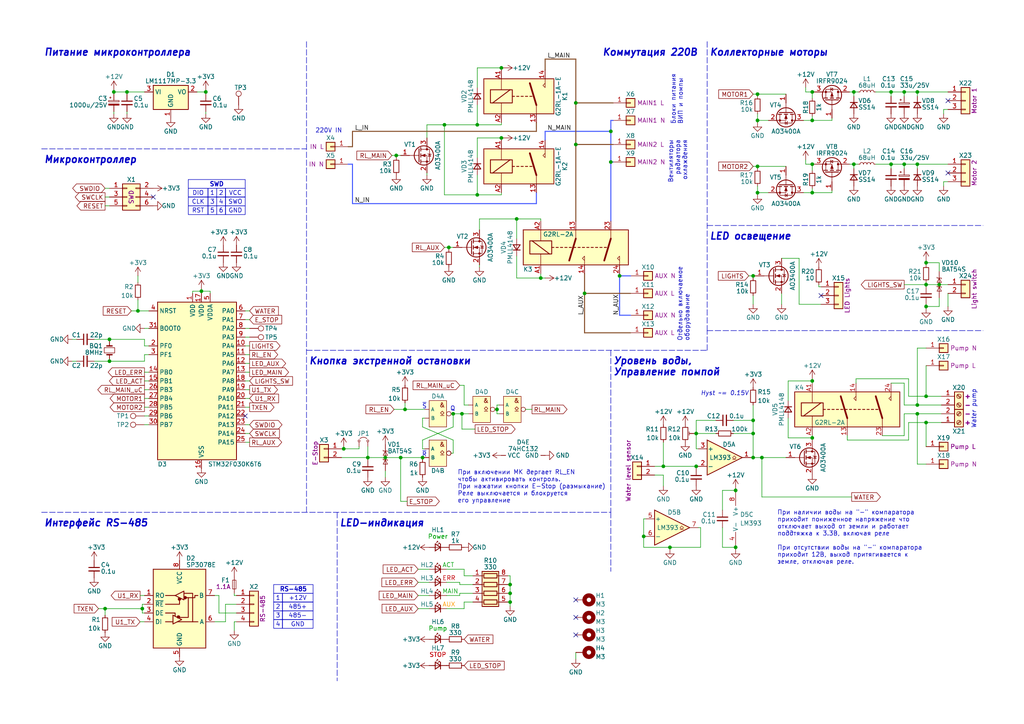
<source format=kicad_sch>
(kicad_sch (version 20230121) (generator eeschema)

  (uuid 6450e7fa-7a31-4aa4-8e80-7e6cbe2452fc)

  (paper "A4")

  (title_block
    (title "RS485_Relay V2 module")
    (rev "1")
    (company "ООО \"Экросхим\"")
    (comment 1 "Anton Mukhin")
  )

  

  (junction (at 262.255 26.67) (diameter 0) (color 0 0 0 0)
    (uuid 025861c3-9559-4ee6-bd02-0a9dcb606de5)
  )
  (junction (at 266.065 47.625) (diameter 0) (color 0 0 0 0)
    (uuid 05ea3b54-db05-475d-8a61-c27f7472cb87)
  )
  (junction (at 235.585 34.925) (diameter 0) (color 0 0 0 0)
    (uuid 077cc5b7-ff23-4099-afa7-545f65105d99)
  )
  (junction (at 177.165 38.1) (diameter 0) (color 0 0 0 0)
    (uuid 0be94d74-4197-43a5-86bd-bc3c880a49b6)
  )
  (junction (at 219.71 55.88) (diameter 0) (color 0 0 0 0)
    (uuid 0c0c38bb-ac3c-4f33-b3d5-7001cf3cf660)
  )
  (junction (at 138.43 56.515) (diameter 0) (color 0 0 0 0)
    (uuid 0cd95bb8-82a0-46a1-911a-3d045eb8684f)
  )
  (junction (at 58.42 84.455) (diameter 0) (color 0 0 0 0)
    (uuid 0d0a0bc9-4b99-4e81-b380-c4ceadb79b11)
  )
  (junction (at 268.605 122.555) (diameter 0) (color 0 0 0 0)
    (uuid 0f5f9fd3-cad9-4fcc-a351-5391f31d8cf7)
  )
  (junction (at 268.605 88.9) (diameter 0) (color 0 0 0 0)
    (uuid 0fdc5ad0-973c-4080-80d6-9966388d9dd4)
  )
  (junction (at 235.585 26.67) (diameter 0) (color 0 0 0 0)
    (uuid 110b7e71-4eeb-4d1d-9c7c-47e1a96e68cc)
  )
  (junction (at 272.415 82.55) (diameter 0) (color 0 0 0 0)
    (uuid 187bc0b2-e2b5-4b43-8b92-3becff17f88d)
  )
  (junction (at 262.255 47.625) (diameter 0) (color 0 0 0 0)
    (uuid 1f3971c9-d882-427b-8124-4eaba1b5e5ca)
  )
  (junction (at 192.405 135.255) (diameter 0) (color 0 0 0 0)
    (uuid 2051fc95-f1ce-412d-a87f-2a94e6a96e67)
  )
  (junction (at 194.31 158.75) (diameter 0) (color 0 0 0 0)
    (uuid 2167fd11-485c-4c85-8740-09b45325c014)
  )
  (junction (at 258.445 47.625) (diameter 0) (color 0 0 0 0)
    (uuid 227cc3da-ee51-41c1-8f39-3066c60e2d00)
  )
  (junction (at 268.605 114.935) (diameter 0) (color 0 0 0 0)
    (uuid 236b0db4-28f3-4b6e-9461-70758d7bdc3b)
  )
  (junction (at 218.44 125.73) (diameter 0) (color 0 0 0 0)
    (uuid 27ea5af2-0afa-46e2-a598-2ba24dcc1ac9)
  )
  (junction (at 266.065 117.475) (diameter 0) (color 0 0 0 0)
    (uuid 293f9a76-8490-4fd0-98a0-e1c943a80e6e)
  )
  (junction (at 133.985 120.015) (diameter 0) (color 0 0 0 0)
    (uuid 2d1a3b91-6cdd-45aa-bc7e-5a1793bb6506)
  )
  (junction (at 213.36 142.24) (diameter 0) (color 0 0 0 0)
    (uuid 2e3c7c96-c41a-4fb8-8d7b-2bf0e5108e66)
  )
  (junction (at 147.955 169.545) (diameter 0) (color 0 0 0 0)
    (uuid 36a2ed52-0d63-4126-898c-85fe0410d891)
  )
  (junction (at 122.555 132.715) (diameter 0) (color 0 0 0 0)
    (uuid 37f93377-2764-4d49-9ab6-38d54ac507d2)
  )
  (junction (at 219.71 48.26) (diameter 0) (color 0 0 0 0)
    (uuid 39f20107-2c50-42ed-a7c4-57329dfe56fa)
  )
  (junction (at 220.98 132.715) (diameter 0) (color 0 0 0 0)
    (uuid 41555883-9cac-4116-8698-ba71ce74f7e4)
  )
  (junction (at 268.605 76.2) (diameter 0) (color 0 0 0 0)
    (uuid 43fc6e5f-fcc7-42af-8f7d-38b2562e4303)
  )
  (junction (at 235.585 47.625) (diameter 0) (color 0 0 0 0)
    (uuid 4a0c4f3b-15d0-461b-9b5b-5e6485cce6f4)
  )
  (junction (at 201.93 125.73) (diameter 0) (color 0 0 0 0)
    (uuid 4e3b8dc2-de67-49e5-abb0-3b2964777377)
  )
  (junction (at 99.695 130.175) (diameter 0) (color 0 0 0 0)
    (uuid 500bc291-74f5-404c-a54a-494e928b6b01)
  )
  (junction (at 147.955 172.085) (diameter 0) (color 0 0 0 0)
    (uuid 53022e14-a6b2-4687-8568-ed01bb0bc801)
  )
  (junction (at 149.86 63.5) (diameter 0) (color 0 0 0 0)
    (uuid 533a4b70-f71b-44d5-b4e3-3f2097299e9c)
  )
  (junction (at 218.44 132.715) (diameter 0) (color 0 0 0 0)
    (uuid 54bad2b4-13ca-4ccd-99ec-16651a6a77d5)
  )
  (junction (at 138.43 36.195) (diameter 0) (color 0 0 0 0)
    (uuid 55c7bdf3-5f8f-4771-9d1d-19fdb4d5c4ab)
  )
  (junction (at 31.75 98.425) (diameter 0) (color 0 0 0 0)
    (uuid 5b8f7dcc-5c75-4ac6-9d15-61476b3c3ab6)
  )
  (junction (at 128.905 36.195) (diameter 0) (color 0 0 0 0)
    (uuid 5d6c6750-430b-4bfe-b825-1b5354ce9c0f)
  )
  (junction (at 169.545 85.09) (diameter 0) (color 0 0 0 0)
    (uuid 65bf29da-2ed8-4872-8fd2-409bb2167fcd)
  )
  (junction (at 147.955 174.625) (diameter 0) (color 0 0 0 0)
    (uuid 66daeb34-ae29-4d79-939a-fe7740178441)
  )
  (junction (at 131.445 120.015) (diameter 0) (color 0 0 0 0)
    (uuid 67d5c6ea-8a2b-48fd-a4df-a2ed4dcd7647)
  )
  (junction (at 247.65 47.625) (diameter 0) (color 0 0 0 0)
    (uuid 6f042441-4e4f-4e2c-854b-fadc83e03487)
  )
  (junction (at 167.005 41.91) (diameter 0) (color 0 0 0 0)
    (uuid 7a74a676-8563-419b-871a-85105152586b)
  )
  (junction (at 30.48 176.53) (diameter 0) (color 0 0 0 0)
    (uuid 7b973aa7-967b-4d7c-a42d-226863a3855e)
  )
  (junction (at 218.44 80.01) (diameter 0) (color 0 0 0 0)
    (uuid 7e440e3a-3a2b-4310-a85d-704e207ca204)
  )
  (junction (at 33.02 26.67) (diameter 0) (color 0 0 0 0)
    (uuid 80103748-55ed-41b6-830a-41b5cae1ea4f)
  )
  (junction (at 41.275 176.53) (diameter 0) (color 0 0 0 0)
    (uuid 857ada16-b94d-4a33-95b4-1659a5c003cf)
  )
  (junction (at 111.76 132.715) (diameter 0) (color 0 0 0 0)
    (uuid 878ca46b-e5c5-42b7-b400-364d4b976d84)
  )
  (junction (at 268.605 82.55) (diameter 0) (color 0 0 0 0)
    (uuid 8916e602-afa6-4cba-adf2-1a6ae4a4e818)
  )
  (junction (at 247.65 26.67) (diameter 0) (color 0 0 0 0)
    (uuid 9070c74b-7696-4e92-93eb-79dd9f9bfd95)
  )
  (junction (at 201.93 135.255) (diameter 0) (color 0 0 0 0)
    (uuid 933f608a-7f52-47ea-b469-7b36181f332c)
  )
  (junction (at 130.175 71.755) (diameter 0) (color 0 0 0 0)
    (uuid 96d486fe-3702-4d60-a82f-e8ed9056080c)
  )
  (junction (at 116.205 132.715) (diameter 0) (color 0 0 0 0)
    (uuid a1402cfd-4257-40d0-9e4a-6cc726dc085d)
  )
  (junction (at 266.065 120.015) (diameter 0) (color 0 0 0 0)
    (uuid aaedd42c-4232-4c1f-93d2-69c5641e2ad6)
  )
  (junction (at 145.415 40.005) (diameter 0) (color 0 0 0 0)
    (uuid b02e3344-22f9-42e7-866f-9e0b640cc9ac)
  )
  (junction (at 219.71 34.925) (diameter 0) (color 0 0 0 0)
    (uuid b1393ca2-d170-4656-923e-9350fbbcec10)
  )
  (junction (at 59.69 26.67) (diameter 0) (color 0 0 0 0)
    (uuid b62da96e-bb76-44fd-b2a1-0217c85053cd)
  )
  (junction (at 114.935 45.085) (diameter 0) (color 0 0 0 0)
    (uuid bdfb88c2-9246-4b92-85b9-7d4fa2c8e2c0)
  )
  (junction (at 258.445 26.67) (diameter 0) (color 0 0 0 0)
    (uuid bfac10f2-123d-488a-bc50-e2754c4c3ccd)
  )
  (junction (at 31.75 104.775) (diameter 0) (color 0 0 0 0)
    (uuid c26f93a6-4f08-4fc2-b35b-6c12c5252821)
  )
  (junction (at 36.83 26.67) (diameter 0) (color 0 0 0 0)
    (uuid c540ea47-b008-4fc7-802c-fd2fb31c75cc)
  )
  (junction (at 40.005 90.17) (diameter 0) (color 0 0 0 0)
    (uuid c69ece61-cf8a-4a14-a080-5b124fc14304)
  )
  (junction (at 218.44 121.92) (diameter 0) (color 0 0 0 0)
    (uuid caa25b21-7042-49b5-ba8e-e650c97121b1)
  )
  (junction (at 235.585 127) (diameter 0) (color 0 0 0 0)
    (uuid cabf4744-c332-47ee-8f69-efbc1a99fbd1)
  )
  (junction (at 167.005 29.845) (diameter 0) (color 0 0 0 0)
    (uuid cb998d4c-f26c-4459-abcd-12f57485ad6b)
  )
  (junction (at 177.165 46.99) (diameter 0) (color 0 0 0 0)
    (uuid cbb40fd7-82dd-4cf5-bf6b-c000bf2d792f)
  )
  (junction (at 186.69 155.575) (diameter 0) (color 0 0 0 0)
    (uuid cc605d83-b9bc-4e7b-85f5-4ff3119684c8)
  )
  (junction (at 144.145 118.745) (diameter 0) (color 0 0 0 0)
    (uuid d31ee352-9853-40f1-a9e6-f711a7f6e079)
  )
  (junction (at 213.36 158.75) (diameter 0) (color 0 0 0 0)
    (uuid d8578f05-a456-4a12-936b-72167241647f)
  )
  (junction (at 235.585 55.88) (diameter 0) (color 0 0 0 0)
    (uuid db0d85a7-3928-429b-ae8a-a3e1f08e4e28)
  )
  (junction (at 179.705 80.01) (diameter 0) (color 0 0 0 0)
    (uuid dc6b09a6-c221-4183-a6ac-89d66c1a8ba2)
  )
  (junction (at 145.415 19.685) (diameter 0) (color 0 0 0 0)
    (uuid df8ba9ac-3cb7-4cae-ba74-a19d4fdf57d1)
  )
  (junction (at 235.585 110.49) (diameter 0) (color 0 0 0 0)
    (uuid dfebfafd-ac40-415b-8d6f-168a5f120789)
  )
  (junction (at 156.845 80.645) (diameter 0) (color 0 0 0 0)
    (uuid e2d4d49e-bfd8-41fd-a192-6a0451d0081b)
  )
  (junction (at 266.065 26.67) (diameter 0) (color 0 0 0 0)
    (uuid e6dbe63b-48bb-4339-8bb7-c2978fe186fa)
  )
  (junction (at 106.68 132.715) (diameter 0) (color 0 0 0 0)
    (uuid ead377f6-9f70-46d5-99a7-71cf222f7994)
  )
  (junction (at 117.475 118.745) (diameter 0) (color 0 0 0 0)
    (uuid f09829d1-30a2-4b66-b1a1-f55c538c91a8)
  )
  (junction (at 219.71 27.305) (diameter 0) (color 0 0 0 0)
    (uuid ffcdf3fd-3f76-49e3-aa46-7be728dc307c)
  )

  (no_connect (at 71.12 120.65) (uuid 03f8abea-e6c1-455c-84e4-6cd5273dad97))
  (no_connect (at 167.005 184.15) (uuid 1c44ba37-14b3-405b-a54f-e7dcfcad7590))
  (no_connect (at 238.125 85.725) (uuid 31a690ea-4b5b-43ad-9006-4510d71109a9))
  (no_connect (at 44.45 57.15) (uuid 684d7b93-7724-429f-9672-a6aac24ff43d))
  (no_connect (at 167.005 179.07) (uuid 96716cc6-9055-4b35-92d8-af019611fa49))
  (no_connect (at 274.955 29.21) (uuid d3831871-95b0-42eb-bd90-4b6bf35bc9ab))
  (no_connect (at 274.955 50.165) (uuid eb12b70a-10cd-4e3c-94e6-13cdb3dd8f57))
  (no_connect (at 167.005 173.99) (uuid f8836111-faf3-43b2-8065-b2ef53ec5bf3))

  (wire (pts (xy 111.76 132.715) (xy 116.205 132.715))
    (stroke (width 0) (type default))
    (uuid 0087c397-f528-42ef-a7c1-acdd726555d9)
  )
  (wire (pts (xy 30.48 57.15) (xy 31.75 57.15))
    (stroke (width 0) (type default))
    (uuid 00b6dd6d-436d-4ce0-a32e-b73d035b4b02)
  )
  (wire (pts (xy 139.065 76.835) (xy 139.065 77.47))
    (stroke (width 0) (type default))
    (uuid 0127a94d-4374-4d4c-be2a-2d00bb563f3e)
  )
  (wire (pts (xy 201.93 135.255) (xy 202.565 135.255))
    (stroke (width 0) (type default))
    (uuid 02be5ec9-b021-4f94-b855-741a971830a5)
  )
  (wire (pts (xy 135.89 117.475) (xy 134.62 117.475))
    (stroke (width 0) (type default))
    (uuid 035dc596-e3ab-4253-9de6-17563127271c)
  )
  (wire (pts (xy 71.12 110.49) (xy 72.39 110.49))
    (stroke (width 0) (type default))
    (uuid 039410ce-cf4d-46f8-b718-73fdb47d6fdf)
  )
  (wire (pts (xy 218.44 85.725) (xy 218.44 88.265))
    (stroke (width 0) (type default))
    (uuid 040015b5-b357-4461-b05a-895138c15b93)
  )
  (wire (pts (xy 245.745 126.365) (xy 245.745 127.635))
    (stroke (width 0) (type default))
    (uuid 04155474-4984-4345-9fd9-7f0da614a137)
  )
  (wire (pts (xy 167.005 189.23) (xy 167.005 191.135))
    (stroke (width 0) (type default))
    (uuid 047109a4-8044-4b43-8813-c4cded0fffe5)
  )
  (wire (pts (xy 133.35 172.72) (xy 133.35 172.085))
    (stroke (width 0) (type default))
    (uuid 056c5ecb-4673-4d09-9185-b2dd7c23cb00)
  )
  (wire (pts (xy 30.48 176.53) (xy 41.275 176.53))
    (stroke (width 0) (type default))
    (uuid 05d85703-ced6-42c8-a0a4-fe022770cba4)
  )
  (wire (pts (xy 194.31 158.75) (xy 194.31 159.385))
    (stroke (width 0) (type default))
    (uuid 06a89d01-6bd4-4175-87b2-1fcd403c729e)
  )
  (wire (pts (xy 149.86 74.295) (xy 149.86 80.645))
    (stroke (width 0) (type default))
    (uuid 06bfd472-3e76-4bd9-b783-71d69b231475)
  )
  (wire (pts (xy 68.58 180.34) (xy 67.945 180.34))
    (stroke (width 0) (type default))
    (uuid 08bf49bc-949f-4c3e-8f40-c89978628c39)
  )
  (wire (pts (xy 133.35 169.545) (xy 137.16 169.545))
    (stroke (width 0) (type default))
    (uuid 09084143-c152-4d14-9cde-2875a560dc3e)
  )
  (wire (pts (xy 209.55 153.035) (xy 209.55 158.75))
    (stroke (width 0) (type default))
    (uuid 0a853dc6-dd2a-437b-a440-87521a88cf43)
  )
  (wire (pts (xy 106.68 132.715) (xy 106.68 133.35))
    (stroke (width 0) (type default))
    (uuid 0a976d54-7133-42b0-96e4-ea2b8a2cc022)
  )
  (wire (pts (xy 36.83 26.67) (xy 41.91 26.67))
    (stroke (width 0) (type default))
    (uuid 0aac398f-a3c9-4277-b714-3dff0b7b2fc8)
  )
  (wire (pts (xy 262.255 126.365) (xy 262.255 120.015))
    (stroke (width 0) (type default))
    (uuid 0b8f9e17-8cce-42c6-b8dd-dc8146f3f165)
  )
  (wire (pts (xy 118.11 145.415) (xy 116.205 145.415))
    (stroke (width 0) (type default))
    (uuid 0c014cbf-60e8-4deb-b8a0-4538efb5db7a)
  )
  (wire (pts (xy 266.065 117.475) (xy 273.05 117.475))
    (stroke (width 0) (type default))
    (uuid 0ce04c61-c60f-4cfb-bf55-590783100c57)
  )
  (wire (pts (xy 147.32 169.545) (xy 147.955 169.545))
    (stroke (width 0) (type default))
    (uuid 0d09c338-b37f-46e3-b77c-ae4bcd93c8f6)
  )
  (polyline (pts (xy 88.9 12.065) (xy 88.9 148.59))
    (stroke (width 0) (type dash))
    (uuid 0df5bca9-5c26-4f85-9f2d-852a70bd0685)
  )

  (wire (pts (xy 262.255 117.475) (xy 266.065 117.475))
    (stroke (width 0) (type default))
    (uuid 0edeeff1-4a45-44cc-93d7-665a2028f2bf)
  )
  (wire (pts (xy 268.605 134.62) (xy 266.065 134.62))
    (stroke (width 0) (type default))
    (uuid 0f1b1797-6c66-4d5a-be42-1e1cf8f1d0d5)
  )
  (wire (pts (xy 41.91 104.775) (xy 31.75 104.775))
    (stroke (width 0) (type default))
    (uuid 0f79eee7-bcf2-4b1b-9087-ff8e92ab9861)
  )
  (wire (pts (xy 228.6 121.285) (xy 228.6 127))
    (stroke (width 0) (type default))
    (uuid 12176ba6-4a54-41b2-bece-0a02fe2b49c4)
  )
  (wire (pts (xy 233.045 55.88) (xy 235.585 55.88))
    (stroke (width 0) (type default))
    (uuid 123a1267-58f1-4fd3-ae03-42297840b3ce)
  )
  (wire (pts (xy 147.955 174.625) (xy 147.955 175.895))
    (stroke (width 0) (type default))
    (uuid 12d537bf-e329-4383-8179-4d6d5bef6387)
  )
  (wire (pts (xy 138.43 45.72) (xy 138.43 40.005))
    (stroke (width 0) (type default))
    (uuid 12d7248f-4b18-4f13-8c77-1634e091e700)
  )
  (wire (pts (xy 167.005 17.145) (xy 167.005 29.845))
    (stroke (width 0.3) (type default) (color 136 81 44 1))
    (uuid 13cb3e7b-2f39-427f-bbcc-9f2a539ddf72)
  )
  (wire (pts (xy 134.62 111.76) (xy 133.35 111.76))
    (stroke (width 0) (type default))
    (uuid 13db0860-7d38-407c-99d7-551a3bfcd905)
  )
  (wire (pts (xy 20.955 98.425) (xy 22.225 98.425))
    (stroke (width 0) (type default))
    (uuid 1419981e-88bf-4db6-b1db-ab5777992550)
  )
  (wire (pts (xy 59.69 26.67) (xy 59.69 27.305))
    (stroke (width 0) (type default))
    (uuid 1477ee0f-c249-411e-a382-ca1ec47e4edd)
  )
  (wire (pts (xy 41.91 98.425) (xy 31.75 98.425))
    (stroke (width 0) (type default))
    (uuid 15029913-33db-498e-b216-9fb60a7b72f0)
  )
  (wire (pts (xy 201.93 121.92) (xy 201.93 125.73))
    (stroke (width 0) (type default))
    (uuid 160541d6-d991-4aa3-b659-09c666c96545)
  )
  (wire (pts (xy 145.415 19.685) (xy 145.415 20.32))
    (stroke (width 0) (type default))
    (uuid 166338aa-4e3b-4f51-b567-4f99a0042745)
  )
  (wire (pts (xy 247.65 47.625) (xy 247.65 48.895))
    (stroke (width 0) (type default))
    (uuid 17007c84-cfc1-4253-8728-4f744ac2a149)
  )
  (wire (pts (xy 192.405 137.795) (xy 192.405 140.97))
    (stroke (width 0) (type default))
    (uuid 17d9b1b6-6c2d-46eb-b69a-1d98ee0826fb)
  )
  (wire (pts (xy 231.775 74.93) (xy 226.695 74.93))
    (stroke (width 0) (type default))
    (uuid 1837ad3e-570d-4b00-99e5-63c9573acc2d)
  )
  (wire (pts (xy 272.415 78.74) (xy 272.415 76.2))
    (stroke (width 0) (type default))
    (uuid 1925b013-8e8d-4ffb-99d1-2a3bb7f6d550)
  )
  (wire (pts (xy 235.585 26.67) (xy 236.22 26.67))
    (stroke (width 0) (type default))
    (uuid 1b1acf1b-47b3-4766-a109-55f9b7ea8341)
  )
  (wire (pts (xy 71.12 100.33) (xy 72.39 100.33))
    (stroke (width 0) (type default))
    (uuid 1b6f73a7-7126-47d7-8ad6-9570e460c61a)
  )
  (wire (pts (xy 235.585 126.365) (xy 235.585 127))
    (stroke (width 0) (type default))
    (uuid 1c271aac-4ec3-43e9-a766-e3a52872b154)
  )
  (wire (pts (xy 218.44 48.26) (xy 219.71 48.26))
    (stroke (width 0) (type default))
    (uuid 1d23b895-4f35-4397-a268-f72f0114a51f)
  )
  (wire (pts (xy 71.12 123.19) (xy 72.39 123.19))
    (stroke (width 0) (type default))
    (uuid 1df18233-294b-4e69-b9ab-13113479077b)
  )
  (wire (pts (xy 43.18 102.87) (xy 41.91 102.87))
    (stroke (width 0) (type default))
    (uuid 1e47a892-eaf6-495e-a803-5e7f85b050a7)
  )
  (wire (pts (xy 28.575 176.53) (xy 30.48 176.53))
    (stroke (width 0) (type default))
    (uuid 1e81dc6a-26e3-490d-ac33-dd1398cece90)
  )
  (wire (pts (xy 231.775 88.265) (xy 231.775 74.93))
    (stroke (width 0) (type default))
    (uuid 2025d6cd-e377-49c6-be1d-5c645c4db21b)
  )
  (wire (pts (xy 102.235 59.055) (xy 102.235 47.625))
    (stroke (width 0.3) (type default) (color 71 92 255 1))
    (uuid 207c98a0-878d-4842-bd2b-fbdcb7e9b013)
  )
  (wire (pts (xy 68.58 172.72) (xy 67.945 172.72))
    (stroke (width 0) (type default))
    (uuid 2269f297-920d-4853-b6af-0344ca220164)
  )
  (wire (pts (xy 274.955 52.705) (xy 273.685 52.705))
    (stroke (width 0) (type default))
    (uuid 22a6a1d7-9c18-4e53-8439-0f528505a962)
  )
  (wire (pts (xy 67.945 180.34) (xy 67.945 182.88))
    (stroke (width 0) (type default))
    (uuid 232481bf-fde3-48ad-8c36-47b49ba9314d)
  )
  (wire (pts (xy 177.165 46.99) (xy 177.165 64.135))
    (stroke (width 0.3) (type default) (color 71 92 255 1))
    (uuid 23c4c183-5196-4ad3-8917-ab3a5b65235c)
  )
  (wire (pts (xy 152.4 118.745) (xy 154.305 118.745))
    (stroke (width 0) (type default))
    (uuid 23eec670-03f3-4416-9740-c83aad4d2fb0)
  )
  (wire (pts (xy 247.015 144.145) (xy 220.98 144.145))
    (stroke (width 0) (type default))
    (uuid 23f20a31-404e-4134-9d1e-8b5d4e912506)
  )
  (wire (pts (xy 233.045 34.925) (xy 235.585 34.925))
    (stroke (width 0) (type default))
    (uuid 2548f921-b2b7-454d-8a1f-692da923f004)
  )
  (wire (pts (xy 218.44 80.01) (xy 218.44 80.645))
    (stroke (width 0) (type default))
    (uuid 2666ef53-0e18-4d64-9516-0bf12c479c20)
  )
  (wire (pts (xy 31.75 98.425) (xy 31.75 99.06))
    (stroke (width 0) (type default))
    (uuid 268518ad-e8fd-4cdd-bc31-61ff944e1f40)
  )
  (wire (pts (xy 219.71 48.26) (xy 227.965 48.26))
    (stroke (width 0) (type default))
    (uuid 271ff14e-a9a0-4842-8b72-2f84a917eaf3)
  )
  (wire (pts (xy 235.585 127) (xy 235.585 127.635))
    (stroke (width 0) (type default))
    (uuid 29071455-d5ff-46cc-929c-e299a5e8be09)
  )
  (wire (pts (xy 129.54 165.1) (xy 134.62 165.1))
    (stroke (width 0) (type default))
    (uuid 29ac071c-2081-4f70-83a0-542bdf7b9db9)
  )
  (wire (pts (xy 155.575 38.1) (xy 102.235 38.1))
    (stroke (width 0.3) (type default) (color 136 81 44 1))
    (uuid 2a583fc8-5844-48c7-a0a9-d13229de2da4)
  )
  (wire (pts (xy 263.525 109.855) (xy 263.525 114.935))
    (stroke (width 0) (type default))
    (uuid 2c38ca7b-c644-4b12-8e81-4a3d9a6c2571)
  )
  (wire (pts (xy 38.1 90.17) (xy 40.005 90.17))
    (stroke (width 0) (type default))
    (uuid 2c38d587-cc4f-441b-9863-712b2d508a2f)
  )
  (wire (pts (xy 158.115 38.1) (xy 177.165 38.1))
    (stroke (width 0.3) (type default) (color 71 92 255 1))
    (uuid 2cecdb9a-d259-40d5-9d6e-83d46f29f300)
  )
  (wire (pts (xy 258.445 47.625) (xy 258.445 48.895))
    (stroke (width 0) (type default))
    (uuid 2d057875-ccf2-4298-b333-380e3eba14d0)
  )
  (wire (pts (xy 207.645 121.92) (xy 201.93 121.92))
    (stroke (width 0) (type default))
    (uuid 2d78fefa-e62f-41ed-ac94-72d24a5450e4)
  )
  (wire (pts (xy 144.145 117.475) (xy 144.78 117.475))
    (stroke (width 0) (type default))
    (uuid 2df62fbf-5507-46a8-b940-07f3af28b595)
  )
  (wire (pts (xy 41.91 115.57) (xy 43.18 115.57))
    (stroke (width 0) (type default))
    (uuid 2f86537e-afb2-48c2-9a0f-1a81b5c37a9b)
  )
  (wire (pts (xy 30.48 54.61) (xy 31.75 54.61))
    (stroke (width 0) (type default))
    (uuid 301684d8-09d6-4759-bbdd-173ee1a0597a)
  )
  (wire (pts (xy 40.005 86.995) (xy 40.005 90.17))
    (stroke (width 0) (type default))
    (uuid 304f4f5a-b256-4752-9b0e-640b9f5a6a37)
  )
  (wire (pts (xy 268.605 122.555) (xy 273.05 122.555))
    (stroke (width 0) (type default))
    (uuid 30e71616-9ae5-443f-a370-accdb2fffd86)
  )
  (wire (pts (xy 149.86 63.5) (xy 156.845 63.5))
    (stroke (width 0) (type default))
    (uuid 311a0e8e-1260-4d95-8fcd-0bf529c9f379)
  )
  (wire (pts (xy 233.68 25.4) (xy 233.68 26.67))
    (stroke (width 0) (type default))
    (uuid 313adca8-0e6b-47dc-ba38-9e0b7f573117)
  )
  (wire (pts (xy 258.445 111.125) (xy 262.255 111.125))
    (stroke (width 0) (type default))
    (uuid 3140fe28-db81-4e64-952a-3c17cd55cb3c)
  )
  (wire (pts (xy 57.15 26.67) (xy 59.69 26.67))
    (stroke (width 0) (type default))
    (uuid 31ae2781-f7b0-46d5-aaed-883848cb20df)
  )
  (wire (pts (xy 177.165 38.1) (xy 177.165 46.99))
    (stroke (width 0.3) (type default) (color 71 92 255 1))
    (uuid 33222966-41cf-4aa2-870a-775d0910186d)
  )
  (wire (pts (xy 71.12 97.79) (xy 72.39 97.79))
    (stroke (width 0) (type default))
    (uuid 34aa6a88-7b00-4893-8905-6f101bf6ffdd)
  )
  (wire (pts (xy 41.91 110.49) (xy 43.18 110.49))
    (stroke (width 0) (type default))
    (uuid 35e0aadf-ad93-462c-98e4-5d2dd9c3f490)
  )
  (wire (pts (xy 71.12 107.95) (xy 72.39 107.95))
    (stroke (width 0) (type default))
    (uuid 36b52cc7-e3ba-4c09-9df9-5a0b999472bd)
  )
  (wire (pts (xy 268.605 114.935) (xy 273.05 114.935))
    (stroke (width 0) (type default))
    (uuid 373822e3-5a97-4dad-a253-ddc3b793d064)
  )
  (wire (pts (xy 177.165 34.925) (xy 177.165 38.1))
    (stroke (width 0.3) (type default) (color 71 92 255 1))
    (uuid 37412a9b-3b26-4b3e-b60c-0305e2b92acb)
  )
  (wire (pts (xy 263.525 127.635) (xy 263.525 122.555))
    (stroke (width 0) (type default))
    (uuid 376bca86-867e-4d53-852c-42d2f56c4e61)
  )
  (wire (pts (xy 268.605 81.915) (xy 268.605 82.55))
    (stroke (width 0) (type default))
    (uuid 38ebca48-4df0-4240-a15f-c3fc957bc2d5)
  )
  (wire (pts (xy 272.415 76.2) (xy 268.605 76.2))
    (stroke (width 0) (type default))
    (uuid 3931c579-0c9a-4623-973a-d2ef2654ef04)
  )
  (wire (pts (xy 219.71 34.925) (xy 222.885 34.925))
    (stroke (width 0) (type default))
    (uuid 39379aa3-2552-42d3-843f-7f19e25667ba)
  )
  (wire (pts (xy 133.985 124.46) (xy 133.985 120.015))
    (stroke (width 0) (type default))
    (uuid 395a4b76-048b-4f4e-aba9-cb12586957de)
  )
  (wire (pts (xy 71.12 115.57) (xy 72.39 115.57))
    (stroke (width 0) (type default))
    (uuid 39d40975-8197-4c2b-a312-2c27eda6798c)
  )
  (wire (pts (xy 158.115 38.1) (xy 158.115 40.64))
    (stroke (width 0.3) (type default) (color 71 92 255 1))
    (uuid 3baa2eed-40a7-4c3f-a5b1-0b26f695c977)
  )
  (wire (pts (xy 68.58 177.8) (xy 63.5 177.8))
    (stroke (width 0) (type default))
    (uuid 3d019a5a-36ba-46dd-b2d0-93bbb6a31dc4)
  )
  (wire (pts (xy 245.745 127.635) (xy 263.525 127.635))
    (stroke (width 0) (type default))
    (uuid 3fbcd283-7830-480e-85cd-7cba1be4230a)
  )
  (wire (pts (xy 67.945 172.72) (xy 67.945 172.085))
    (stroke (width 0) (type default))
    (uuid 3ffce9ea-6a9c-4605-bd4a-eafd6ddb5e31)
  )
  (wire (pts (xy 156.845 63.5) (xy 156.845 64.135))
    (stroke (width 0) (type default))
    (uuid 4000d0d4-3720-4515-9bf6-b60cb47ebb5d)
  )
  (wire (pts (xy 167.005 29.845) (xy 177.8 29.845))
    (stroke (width 0.3) (type default) (color 136 81 44 1))
    (uuid 40b59981-6f35-4443-af07-2374e49aa43e)
  )
  (wire (pts (xy 122.555 121.285) (xy 122.555 123.825))
    (stroke (width 0) (type default))
    (uuid 4132ff43-cd91-4b3d-843a-a8ca17d78f89)
  )
  (wire (pts (xy 139.065 63.5) (xy 149.86 63.5))
    (stroke (width 0) (type default))
    (uuid 4134e379-48a7-49e1-a2be-348d77cc34ff)
  )
  (wire (pts (xy 59.69 32.385) (xy 59.69 33.02))
    (stroke (width 0) (type default))
    (uuid 42887598-d59a-4185-8612-8657061760b6)
  )
  (wire (pts (xy 41.91 113.03) (xy 43.18 113.03))
    (stroke (width 0) (type default))
    (uuid 44b6fe80-91ab-43e9-a632-867442d8f3b4)
  )
  (wire (pts (xy 149.86 69.215) (xy 149.86 63.5))
    (stroke (width 0) (type default))
    (uuid 44d5cafb-d473-466c-8b81-8e82839d8829)
  )
  (wire (pts (xy 209.55 142.24) (xy 213.36 142.24))
    (stroke (width 0) (type default))
    (uuid 44ef3b3f-9bc1-49da-8c34-cc97a71e22be)
  )
  (wire (pts (xy 41.91 123.19) (xy 43.18 123.19))
    (stroke (width 0) (type default))
    (uuid 45820cd6-08f6-4824-980d-1f569f0327ad)
  )
  (wire (pts (xy 134.62 176.53) (xy 134.62 174.625))
    (stroke (width 0) (type default))
    (uuid 45f8731c-3f36-4c35-b2eb-90fe14eeb5bb)
  )
  (wire (pts (xy 217.17 80.01) (xy 218.44 80.01))
    (stroke (width 0) (type default))
    (uuid 466a55a9-ee42-4c7c-be78-54216c47c7a4)
  )
  (wire (pts (xy 20.955 104.775) (xy 22.225 104.775))
    (stroke (width 0) (type default))
    (uuid 480c20a0-9ddd-41b0-a9cb-60485c9e28c8)
  )
  (wire (pts (xy 58.42 83.82) (xy 58.42 84.455))
    (stroke (width 0) (type default))
    (uuid 488548fb-d2dc-44b0-8bb4-71620ba7080f)
  )
  (wire (pts (xy 235.585 54.61) (xy 235.585 55.88))
    (stroke (width 0) (type default))
    (uuid 492d00f2-58e2-45f1-81f5-f0e5ec09d003)
  )
  (wire (pts (xy 58.42 84.455) (xy 60.96 84.455))
    (stroke (width 0) (type default))
    (uuid 4938b4f9-ea85-4690-8900-64894491e7a5)
  )
  (wire (pts (xy 138.43 36.195) (xy 145.415 36.195))
    (stroke (width 0) (type default))
    (uuid 49ea047e-e6de-4579-9349-6a8ae9b32050)
  )
  (wire (pts (xy 130.175 71.755) (xy 131.445 71.755))
    (stroke (width 0) (type default))
    (uuid 4aa946cb-bf25-46f7-826c-293c98fbe0e3)
  )
  (wire (pts (xy 268.605 82.55) (xy 272.415 82.55))
    (stroke (width 0) (type default))
    (uuid 4b303469-8f29-41cb-94c8-30c9f782305b)
  )
  (wire (pts (xy 144.145 118.745) (xy 144.145 117.475))
    (stroke (width 0) (type default))
    (uuid 4c197d5c-674a-4b92-8abd-1345ada09b83)
  )
  (wire (pts (xy 218.44 132.715) (xy 218.44 125.73))
    (stroke (width 0) (type default))
    (uuid 4c6e91fd-a1d4-495b-9c2b-f93b0ced2240)
  )
  (wire (pts (xy 71.12 118.11) (xy 72.39 118.11))
    (stroke (width 0) (type default))
    (uuid 4c75a68f-9e52-420b-8b84-83c1a66ee899)
  )
  (wire (pts (xy 219.71 55.88) (xy 219.71 53.975))
    (stroke (width 0) (type default))
    (uuid 4c9293f3-ecfd-4871-bd83-b95ca7695dbb)
  )
  (wire (pts (xy 179.705 79.375) (xy 179.705 80.01))
    (stroke (width 0.3) (type default) (color 71 92 255 1))
    (uuid 4d73b166-ceff-4b25-b465-e4537ccc1bcc)
  )
  (wire (pts (xy 131.445 127.635) (xy 131.445 131.445))
    (stroke (width 0) (type default))
    (uuid 4d87ed5f-0ef1-48e0-ace6-73b7707252a9)
  )
  (wire (pts (xy 201.93 135.255) (xy 201.93 135.89))
    (stroke (width 0) (type default))
    (uuid 4e2d7d1d-ecdc-48e4-a942-2a1168097261)
  )
  (wire (pts (xy 130.175 71.755) (xy 130.175 72.39))
    (stroke (width 0) (type default))
    (uuid 4ec03816-8260-4a72-abd6-e5c7a4489bda)
  )
  (wire (pts (xy 201.295 125.73) (xy 201.93 125.73))
    (stroke (width 0) (type default))
    (uuid 4f80a63c-ed22-4a76-bdaa-f60b863c9a8a)
  )
  (wire (pts (xy 33.02 26.035) (xy 33.02 26.67))
    (stroke (width 0) (type default))
    (uuid 4f9d2a4b-73c0-48d7-86e0-af0f123e4b05)
  )
  (wire (pts (xy 231.775 88.265) (xy 238.125 88.265))
    (stroke (width 0) (type default))
    (uuid 502ecd8a-424d-4318-a8b7-a1cec5f79268)
  )
  (wire (pts (xy 117.475 118.745) (xy 123.19 118.745))
    (stroke (width 0) (type default))
    (uuid 50d899df-96c7-4ec0-b8e4-00449f2243f3)
  )
  (wire (pts (xy 219.71 35.56) (xy 219.71 34.925))
    (stroke (width 0) (type default))
    (uuid 51374a7f-a2b3-4c12-b4ef-6f53c52dbc5a)
  )
  (wire (pts (xy 40.64 172.72) (xy 41.91 172.72))
    (stroke (width 0) (type default))
    (uuid 522d026c-fa15-4e72-a6ae-ab60ed302773)
  )
  (wire (pts (xy 147.955 169.545) (xy 147.955 172.085))
    (stroke (width 0) (type default))
    (uuid 53af094c-3b85-4443-b1cb-f22e2537335b)
  )
  (wire (pts (xy 186.69 155.575) (xy 187.325 155.575))
    (stroke (width 0) (type default))
    (uuid 53ecba46-e1e6-4493-9aef-ae5da9d0a1c0)
  )
  (wire (pts (xy 104.14 130.175) (xy 99.695 130.175))
    (stroke (width 0) (type default))
    (uuid 544a5058-37cc-4756-b221-82db5dccd6ac)
  )
  (wire (pts (xy 186.69 150.495) (xy 186.69 155.575))
    (stroke (width 0) (type default))
    (uuid 546a8ea6-1b1b-4794-8d3d-7194548e7f7a)
  )
  (wire (pts (xy 40.005 80.01) (xy 40.005 81.915))
    (stroke (width 0) (type default))
    (uuid 54dd2fc5-6816-46be-966d-b9f61f9752dc)
  )
  (wire (pts (xy 266.065 134.62) (xy 266.065 120.015))
    (stroke (width 0) (type default))
    (uuid 55c3949e-17df-4067-a798-b1363c14f695)
  )
  (wire (pts (xy 123.825 36.195) (xy 128.905 36.195))
    (stroke (width 0) (type default))
    (uuid 56190ca3-f77d-40bc-8ea3-171cda205f27)
  )
  (wire (pts (xy 145.415 36.195) (xy 145.415 35.56))
    (stroke (width 0) (type default))
    (uuid 565f7233-bba9-40bd-94c1-79d796ad9051)
  )
  (polyline (pts (xy 205.105 12.065) (xy 205.105 95.885))
    (stroke (width 0) (type dash))
    (uuid 56fc567d-a8f4-493b-802d-10931682c0a2)
  )

  (wire (pts (xy 169.545 85.09) (xy 169.545 96.52))
    (stroke (width 0.3) (type default) (color 136 81 44 1))
    (uuid 5705eacb-cd84-4962-b3f8-ad6c022e80ce)
  )
  (wire (pts (xy 43.18 100.33) (xy 41.91 100.33))
    (stroke (width 0) (type default))
    (uuid 5732fba2-e5b6-456b-927f-7ceeb24b678c)
  )
  (wire (pts (xy 228.6 116.205) (xy 228.6 110.49))
    (stroke (width 0) (type default))
    (uuid 57d09f04-8117-4a3d-8c84-4c55ae48a135)
  )
  (wire (pts (xy 33.02 32.385) (xy 33.02 33.02))
    (stroke (width 0) (type default))
    (uuid 57d415d5-10e1-4aa7-9003-88550209902e)
  )
  (wire (pts (xy 241.3 34.29) (xy 241.3 34.925))
    (stroke (width 0) (type default))
    (uuid 5812ebd9-5bbb-4de6-90be-1eba77c34972)
  )
  (wire (pts (xy 41.91 120.65) (xy 43.18 120.65))
    (stroke (width 0) (type default))
    (uuid 58c8eb8b-ab9f-41c8-b858-4709cff7e852)
  )
  (wire (pts (xy 71.12 125.73) (xy 72.39 125.73))
    (stroke (width 0) (type default))
    (uuid 596a4b30-7f01-4264-a8f7-3a8d6b468531)
  )
  (wire (pts (xy 102.235 42.545) (xy 100.965 42.545))
    (stroke (width 0.3) (type default) (color 136 81 44 1))
    (uuid 5a0683eb-270f-4bfa-a7d2-3b5dec713527)
  )
  (wire (pts (xy 147.955 167.005) (xy 147.955 169.545))
    (stroke (width 0) (type default))
    (uuid 5a242407-16a2-4bcd-8c6c-ba7573d8f1cf)
  )
  (wire (pts (xy 262.255 26.67) (xy 262.255 27.94))
    (stroke (width 0) (type default))
    (uuid 5abdd6ea-48eb-41c3-ba24-83398af6370a)
  )
  (wire (pts (xy 254 47.625) (xy 258.445 47.625))
    (stroke (width 0) (type default))
    (uuid 5aff0ad4-5dd3-43c4-8519-d1f4b9c0ac8a)
  )
  (wire (pts (xy 262.255 82.55) (xy 268.605 82.55))
    (stroke (width 0) (type default))
    (uuid 5b05797f-a2e7-474a-ab65-a30c4ca810b0)
  )
  (wire (pts (xy 272.415 88.9) (xy 268.605 88.9))
    (stroke (width 0) (type default))
    (uuid 5b0e2029-a423-4c2c-a5cc-d8432085ab01)
  )
  (wire (pts (xy 30.48 59.69) (xy 31.75 59.69))
    (stroke (width 0) (type default))
    (uuid 5b79d467-9504-44f9-bbec-f2e16eaa4153)
  )
  (wire (pts (xy 134.62 117.475) (xy 134.62 111.76))
    (stroke (width 0) (type default))
    (uuid 5c654d2e-0582-4dd0-b8a8-8b0e93fa5ca1)
  )
  (wire (pts (xy 102.235 38.1) (xy 102.235 42.545))
    (stroke (width 0.3) (type default) (color 136 81 44 1))
    (uuid 5c852846-714e-40db-8388-356907814dc9)
  )
  (wire (pts (xy 99.06 132.715) (xy 106.68 132.715))
    (stroke (width 0) (type default))
    (uuid 5d0e0163-73ee-4b62-be27-0081be5be441)
  )
  (wire (pts (xy 213.36 158.75) (xy 213.36 158.115))
    (stroke (width 0) (type default))
    (uuid 5f67ae0f-eba6-41c7-993f-6ef436d7795e)
  )
  (wire (pts (xy 62.23 180.34) (xy 65.405 180.34))
    (stroke (width 0) (type default))
    (uuid 5faa5585-9d8b-4653-9124-b6970ace7845)
  )
  (wire (pts (xy 254 26.67) (xy 258.445 26.67))
    (stroke (width 0) (type default))
    (uuid 5fea5bf8-6afe-4cd7-95fc-116a6436538c)
  )
  (wire (pts (xy 116.205 132.715) (xy 122.555 132.715))
    (stroke (width 0) (type default))
    (uuid 6073b45a-370a-4ca8-9140-4fd2133df01a)
  )
  (wire (pts (xy 111.76 136.525) (xy 111.76 138.43))
    (stroke (width 0) (type default))
    (uuid 6099dbc6-2874-4477-95df-be33b6128a15)
  )
  (wire (pts (xy 233.68 46.355) (xy 233.68 47.625))
    (stroke (width 0) (type default))
    (uuid 61ed032c-ef30-493f-a05f-41cc4412382a)
  )
  (wire (pts (xy 71.12 105.41) (xy 72.39 105.41))
    (stroke (width 0) (type default))
    (uuid 6231d788-23d6-4409-866c-bd53dbb4e268)
  )
  (wire (pts (xy 138.43 56.515) (xy 145.415 56.515))
    (stroke (width 0) (type default))
    (uuid 62991fe2-1f91-41e4-892c-b3ece9891185)
  )
  (wire (pts (xy 99.695 130.175) (xy 99.695 129.54))
    (stroke (width 0) (type default))
    (uuid 62ffdfc4-2f73-48e7-8276-bc8913f32562)
  )
  (wire (pts (xy 248.285 111.125) (xy 248.285 109.855))
    (stroke (width 0) (type default))
    (uuid 633e687f-292d-40b6-892e-8be15cdfa2ec)
  )
  (wire (pts (xy 144.145 120.015) (xy 144.145 118.745))
    (stroke (width 0) (type default))
    (uuid 636d342e-a19e-4f94-8fa7-82324c86244a)
  )
  (wire (pts (xy 268.605 89.535) (xy 268.605 88.9))
    (stroke (width 0) (type default))
    (uuid 640a21fb-504e-4c25-9cfa-fdf16da6c637)
  )
  (wire (pts (xy 128.905 36.195) (xy 128.905 56.515))
    (stroke (width 0) (type default))
    (uuid 64937227-b362-4edf-8d8e-dbe0f798ecf0)
  )
  (wire (pts (xy 63.5 172.72) (xy 62.23 172.72))
    (stroke (width 0) (type default))
    (uuid 66c7613d-1ba7-4f21-a26a-ebbf861d9f7f)
  )
  (wire (pts (xy 122.555 132.715) (xy 122.555 133.35))
    (stroke (width 0) (type default))
    (uuid 66f56d85-7221-457c-884b-0f546a0edf97)
  )
  (wire (pts (xy 182.88 96.52) (xy 169.545 96.52))
    (stroke (width 0.3) (type default) (color 136 81 44 1))
    (uuid 671f43b9-14a0-49b5-a8c2-b4d65bc1cba6)
  )
  (wire (pts (xy 268.605 82.55) (xy 268.605 83.185))
    (stroke (width 0) (type default))
    (uuid 6724396d-4d74-4a94-b329-12bd9577ec07)
  )
  (wire (pts (xy 241.3 55.245) (xy 241.3 55.88))
    (stroke (width 0) (type default))
    (uuid 678cad29-2dc0-4b2e-8d8b-f9722fec2f02)
  )
  (wire (pts (xy 155.575 35.56) (xy 155.575 38.1))
    (stroke (width 0.3) (type default) (color 136 81 44 1))
    (uuid 682bc27e-7eed-4d12-bd2d-e08c3f95db8a)
  )
  (wire (pts (xy 143.51 118.745) (xy 144.145 118.745))
    (stroke (width 0) (type default))
    (uuid 6873721e-09ec-4770-ad71-b9a63d8b4ce2)
  )
  (wire (pts (xy 122.555 130.175) (xy 122.555 127.635))
    (stroke (width 0) (type default))
    (uuid 694755dc-e696-4eb3-bb0b-6ceafd018593)
  )
  (wire (pts (xy 266.065 47.625) (xy 274.955 47.625))
    (stroke (width 0) (type default))
    (uuid 695734d2-e7a0-4358-8860-7a03e4664d12)
  )
  (wire (pts (xy 131.445 120.015) (xy 133.985 120.015))
    (stroke (width 0) (type default))
    (uuid 6990f840-eaf1-4cb4-b260-f7cda3d47193)
  )
  (wire (pts (xy 40.005 90.17) (xy 43.18 90.17))
    (stroke (width 0) (type default))
    (uuid 69bbb8d9-9d8a-4498-ac55-c5e43ddafcea)
  )
  (wire (pts (xy 116.205 145.415) (xy 116.205 132.715))
    (stroke (width 0) (type default))
    (uuid 6b4dceaa-5832-405f-b9fa-266d67986d0f)
  )
  (wire (pts (xy 117.475 116.84) (xy 117.475 118.745))
    (stroke (width 0) (type default))
    (uuid 6b7a5ace-f351-43fb-b5b7-f7108d15653e)
  )
  (polyline (pts (xy 97.79 148.59) (xy 97.79 197.485))
    (stroke (width 0) (type dash))
    (uuid 6b95365f-a912-4b85-b411-0a8579c90032)
  )

  (wire (pts (xy 128.905 36.195) (xy 138.43 36.195))
    (stroke (width 0) (type default))
    (uuid 6bbbdcdc-3b2d-4613-a5c1-c4de11b6a187)
  )
  (wire (pts (xy 192.405 135.255) (xy 201.93 135.255))
    (stroke (width 0) (type default))
    (uuid 6be4df04-2801-43f8-82c2-cd9825f278a2)
  )
  (wire (pts (xy 149.86 80.645) (xy 156.845 80.645))
    (stroke (width 0) (type default))
    (uuid 6ce0d2e1-b4aa-44c9-8e4a-7200d5255562)
  )
  (wire (pts (xy 71.12 128.27) (xy 72.39 128.27))
    (stroke (width 0) (type default))
    (uuid 706dff62-ed70-42be-b0f8-8b7dc9caa637)
  )
  (wire (pts (xy 144.145 120.015) (xy 144.78 120.015))
    (stroke (width 0) (type default))
    (uuid 710eb54a-3e24-4ca5-8465-0b057eb3e0a2)
  )
  (wire (pts (xy 30.48 176.53) (xy 30.48 178.435))
    (stroke (width 0) (type default))
    (uuid 7174493f-ff80-49cf-b07c-1ed10994d921)
  )
  (wire (pts (xy 158.115 17.145) (xy 167.005 17.145))
    (stroke (width 0.3) (type default) (color 136 81 44 1))
    (uuid 7181b42a-28fc-4f97-a7e8-d3e12887195c)
  )
  (wire (pts (xy 130.81 131.445) (xy 131.445 131.445))
    (stroke (width 0) (type default))
    (uuid 71c70f2e-8854-4e5f-b140-a1bd05167268)
  )
  (wire (pts (xy 169.545 85.09) (xy 182.88 85.09))
    (stroke (width 0.3) (type default) (color 136 81 44 1))
    (uuid 72b3ff54-3ddf-41d2-bfd1-6b2c6e8c4c95)
  )
  (wire (pts (xy 187.325 150.495) (xy 186.69 150.495))
    (stroke (width 0) (type default))
    (uuid 73b8b4a2-f815-49fd-938a-6dc847e6cd77)
  )
  (wire (pts (xy 233.68 47.625) (xy 235.585 47.625))
    (stroke (width 0) (type default))
    (uuid 7466179a-3c51-4dd9-9a24-0e12b768782a)
  )
  (wire (pts (xy 212.725 121.92) (xy 218.44 121.92))
    (stroke (width 0) (type default))
    (uuid 754f382e-c0fb-48c7-8130-a3a86f669525)
  )
  (wire (pts (xy 158.115 17.145) (xy 158.115 20.32))
    (stroke (width 0.3) (type default) (color 136 81 44 1))
    (uuid 75e504ad-1a50-4529-8e11-6b5ef01df490)
  )
  (wire (pts (xy 63.5 177.8) (xy 63.5 172.72))
    (stroke (width 0) (type default))
    (uuid 75ef3f67-ad01-4045-b7b2-0a3d79d2051c)
  )
  (wire (pts (xy 268.605 75.565) (xy 268.605 76.2))
    (stroke (width 0) (type default))
    (uuid 7680e95d-10b7-4c8c-930a-445382b8ecdf)
  )
  (wire (pts (xy 272.415 86.36) (xy 272.415 88.9))
    (stroke (width 0) (type default))
    (uuid 7681128a-10b5-4761-9b46-fa454117d957)
  )
  (wire (pts (xy 247.65 47.625) (xy 248.92 47.625))
    (stroke (width 0) (type default))
    (uuid 77c6785e-0f4b-4192-b8ef-e1e1221b5405)
  )
  (wire (pts (xy 106.68 129.54) (xy 106.68 132.715))
    (stroke (width 0) (type default))
    (uuid 77ce7baa-db63-458d-a50e-b2aad2a57c74)
  )
  (wire (pts (xy 128.905 56.515) (xy 138.43 56.515))
    (stroke (width 0) (type default))
    (uuid 78990a1e-cdf7-4886-849c-264839d46865)
  )
  (wire (pts (xy 235.585 33.655) (xy 235.585 34.925))
    (stroke (width 0) (type default))
    (uuid 78ad76db-9db1-440d-a396-051ef0d0cbf6)
  )
  (wire (pts (xy 274.955 31.75) (xy 273.685 31.75))
    (stroke (width 0) (type default))
    (uuid 7964a0e5-3495-4154-a6cf-01e28ff5838a)
  )
  (wire (pts (xy 266.065 100.965) (xy 266.065 117.475))
    (stroke (width 0) (type default))
    (uuid 79c7ed57-0608-41fc-b058-576f07b33e55)
  )
  (wire (pts (xy 145.415 56.515) (xy 145.415 55.88))
    (stroke (width 0) (type default))
    (uuid 7a3310ab-1de6-4b19-bdcf-6c8aa814da3b)
  )
  (wire (pts (xy 235.585 26.67) (xy 235.585 28.575))
    (stroke (width 0) (type default))
    (uuid 7ae8978e-9218-4f3c-8680-9ae17f017631)
  )
  (wire (pts (xy 147.32 167.005) (xy 147.955 167.005))
    (stroke (width 0) (type default))
    (uuid 7c12b03d-5050-4e09-9862-04d1a1eb7ffc)
  )
  (wire (pts (xy 186.69 158.75) (xy 194.31 158.75))
    (stroke (width 0) (type default))
    (uuid 7d08e5e6-ff3c-4a0c-84e9-43f7f478bff8)
  )
  (wire (pts (xy 99.06 130.175) (xy 99.695 130.175))
    (stroke (width 0) (type default))
    (uuid 7db04ce7-91d1-4647-900c-995636e3c49f)
  )
  (wire (pts (xy 134.62 167.005) (xy 137.16 167.005))
    (stroke (width 0) (type default))
    (uuid 7e335b74-bcc5-4cd7-aaac-bb12ad746ce3)
  )
  (wire (pts (xy 218.44 27.305) (xy 219.71 27.305))
    (stroke (width 0) (type default))
    (uuid 7f1ef898-9034-4a43-a470-29fcba775263)
  )
  (polyline (pts (xy 12.065 148.59) (xy 177.165 148.59))
    (stroke (width 0) (type dash))
    (uuid 7f87af2a-756a-48bf-ad01-db0742adf1b1)
  )

  (wire (pts (xy 41.275 175.26) (xy 41.91 175.26))
    (stroke (width 0) (type default))
    (uuid 7fbfb361-2929-4508-a276-b29d0834cbbc)
  )
  (wire (pts (xy 104.14 129.54) (xy 104.14 130.175))
    (stroke (width 0) (type default))
    (uuid 804221df-0449-4049-874b-46ba65c6bcaf)
  )
  (wire (pts (xy 156.845 80.645) (xy 158.115 80.645))
    (stroke (width 0) (type default))
    (uuid 825a27f3-fb04-4ee2-b8bb-4c13b1071221)
  )
  (wire (pts (xy 220.98 144.145) (xy 220.98 132.715))
    (stroke (width 0) (type default))
    (uuid 8363405e-abcb-477f-a8a1-0ea72c89cd42)
  )
  (wire (pts (xy 268.605 88.9) (xy 268.605 88.265))
    (stroke (width 0) (type default))
    (uuid 83904524-3a3f-45d8-95a4-4fe8970ff074)
  )
  (wire (pts (xy 266.065 120.015) (xy 273.05 120.015))
    (stroke (width 0) (type default))
    (uuid 84cc607a-ee77-418b-8da5-a0c6a9236db0)
  )
  (wire (pts (xy 268.605 106.045) (xy 268.605 114.935))
    (stroke (width 0) (type default))
    (uuid 856bf4b0-d492-4e7b-b955-2be9c945f511)
  )
  (wire (pts (xy 138.43 25.4) (xy 138.43 19.685))
    (stroke (width 0) (type default))
    (uuid 869eb0bc-4abf-4193-a413-2046507f3747)
  )
  (wire (pts (xy 219.71 56.515) (xy 219.71 55.88))
    (stroke (width 0) (type default))
    (uuid 87dedfed-8a43-47e2-ac4f-feb7d9b739c2)
  )
  (wire (pts (xy 122.555 123.825) (xy 131.445 127.635))
    (stroke (width 0) (type default))
    (uuid 89b76f65-71eb-4875-84bb-1f4a73478ec5)
  )
  (wire (pts (xy 114.935 45.085) (xy 116.205 45.085))
    (stroke (width 0) (type default))
    (uuid 8a01086a-23e2-4a7c-bb53-6fa2066217f9)
  )
  (polyline (pts (xy 88.9 101.6) (xy 205.105 101.6))
    (stroke (width 0) (type dash))
    (uuid 8a201f7f-6671-49c6-994c-60f4496ff031)
  )

  (wire (pts (xy 273.685 52.705) (xy 273.685 53.975))
    (stroke (width 0) (type default))
    (uuid 8c248a60-c7f1-4cb3-a2ad-03d21bc71ab3)
  )
  (wire (pts (xy 213.36 141.605) (xy 213.36 142.24))
    (stroke (width 0) (type default))
    (uuid 8c414ec5-1089-4c02-bf8f-2e83624bcf33)
  )
  (wire (pts (xy 255.905 126.365) (xy 262.255 126.365))
    (stroke (width 0) (type default))
    (uuid 8d38f0b4-435d-4e8e-9647-8f123d560815)
  )
  (wire (pts (xy 247.65 26.67) (xy 247.65 27.94))
    (stroke (width 0) (type default))
    (uuid 8e4fa7d1-a5d6-4e81-bc4e-997109aa53e7)
  )
  (wire (pts (xy 55.88 85.09) (xy 55.88 84.455))
    (stroke (width 0) (type default))
    (uuid 8ec6cbe7-a106-4031-94be-28b2ca17de30)
  )
  (polyline (pts (xy 12.065 43.18) (xy 88.9 43.18))
    (stroke (width 0) (type dash))
    (uuid 8f5ad8cb-9bf2-4e63-a1a0-d66927564962)
  )
  (polyline (pts (xy 205.105 65.405) (xy 285.115 65.405))
    (stroke (width 0) (type dash))
    (uuid 90019100-8286-421a-8ebb-5b3ddbb6ab13)
  )

  (wire (pts (xy 137.795 124.46) (xy 133.985 124.46))
    (stroke (width 0) (type default))
    (uuid 91f8e8c1-a432-4251-9b27-a3cf9b4fad6b)
  )
  (wire (pts (xy 145.415 19.685) (xy 146.05 19.685))
    (stroke (width 0) (type default))
    (uuid 92075d22-763a-444d-9810-57e265e10d7b)
  )
  (wire (pts (xy 235.585 47.625) (xy 235.585 49.53))
    (stroke (width 0) (type default))
    (uuid 9208a60d-e3fd-41da-855f-6d415ac3f37f)
  )
  (wire (pts (xy 121.285 172.72) (xy 124.46 172.72))
    (stroke (width 0) (type default))
    (uuid 9449c85b-39f8-4240-84f2-fb197b5b225c)
  )
  (wire (pts (xy 123.825 40.005) (xy 123.825 36.195))
    (stroke (width 0) (type default))
    (uuid 94778c6d-9e70-43c1-a18f-b9979a73bb09)
  )
  (wire (pts (xy 268.605 122.555) (xy 268.605 129.54))
    (stroke (width 0) (type default))
    (uuid 9606c441-ba34-47dd-bdb5-ca23daa41a79)
  )
  (wire (pts (xy 71.12 102.87) (xy 72.39 102.87))
    (stroke (width 0) (type default))
    (uuid 9610225d-550a-4d78-994b-a0a0d2a46c0b)
  )
  (wire (pts (xy 139.065 63.5) (xy 139.065 66.675))
    (stroke (width 0) (type default))
    (uuid 97237b44-77d6-4d7e-8435-0d1c769fd32e)
  )
  (wire (pts (xy 156.845 79.375) (xy 156.845 80.645))
    (stroke (width 0) (type default))
    (uuid 9794f0aa-d264-443a-9214-d30d71f257ba)
  )
  (wire (pts (xy 31.75 104.775) (xy 31.75 104.14))
    (stroke (width 0) (type default))
    (uuid 9817c5ec-97f7-4b1f-a70c-095032c5be0c)
  )
  (wire (pts (xy 192.405 128.27) (xy 192.405 135.255))
    (stroke (width 0) (type default))
    (uuid 98537540-0522-44d4-8bf0-39f1473d525e)
  )
  (wire (pts (xy 228.6 127) (xy 235.585 127))
    (stroke (width 0) (type default))
    (uuid 9955327c-8817-477d-8883-6b9eba8ebeed)
  )
  (wire (pts (xy 189.865 137.795) (xy 192.405 137.795))
    (stroke (width 0) (type default))
    (uuid 997d7afe-7ee1-46ed-a9e1-cd5bc99e2661)
  )
  (wire (pts (xy 138.43 19.685) (xy 145.415 19.685))
    (stroke (width 0) (type default))
    (uuid 9a43de1a-3bfa-4b0d-b934-01021d94d143)
  )
  (wire (pts (xy 209.55 158.75) (xy 213.36 158.75))
    (stroke (width 0) (type default))
    (uuid 9abf324e-a81b-4928-9483-ff9db5de0796)
  )
  (wire (pts (xy 219.71 34.925) (xy 219.71 33.02))
    (stroke (width 0) (type default))
    (uuid 9b08200f-b71e-4ed8-92a5-539c80c165a1)
  )
  (wire (pts (xy 147.32 174.625) (xy 147.955 174.625))
    (stroke (width 0) (type default))
    (uuid 9beab7a3-5b9d-4d58-8d7e-b3fcb7eb517b)
  )
  (wire (pts (xy 155.575 59.055) (xy 102.235 59.055))
    (stroke (width 0.3) (type default) (color 71 92 255 1))
    (uuid 9c21ccd3-7323-4a78-928f-b17cf3f5e3c1)
  )
  (wire (pts (xy 237.49 82.55) (xy 237.49 83.185))
    (stroke (width 0) (type default))
    (uuid 9c8e9328-ff1a-43ba-bfc1-4e3e0c271d72)
  )
  (wire (pts (xy 59.69 26.035) (xy 59.69 26.67))
    (stroke (width 0) (type default))
    (uuid 9cbfc92f-b754-495f-a385-a6daa665b57a)
  )
  (wire (pts (xy 65.405 175.26) (xy 68.58 175.26))
    (stroke (width 0) (type default))
    (uuid 9d7ec9ae-303b-4d6b-8a51-223b3b41fccb)
  )
  (wire (pts (xy 177.165 46.99) (xy 177.8 46.99))
    (stroke (width 0.3) (type default) (color 71 92 255 1))
    (uuid 9e73013f-f502-497e-bb78-e5fbee8b235c)
  )
  (wire (pts (xy 121.285 165.1) (xy 124.46 165.1))
    (stroke (width 0) (type default))
    (uuid 9ecbdbe5-32aa-4587-ada8-2871b259b4a7)
  )
  (wire (pts (xy 145.415 40.005) (xy 145.415 40.64))
    (stroke (width 0) (type default))
    (uuid 9f4a00ae-eb09-404f-8d5b-2039511a6eaa)
  )
  (wire (pts (xy 27.305 104.775) (xy 31.75 104.775))
    (stroke (width 0) (type default))
    (uuid a1df118b-91a9-400f-88a7-ec4c8f265d47)
  )
  (wire (pts (xy 133.985 120.015) (xy 135.89 120.015))
    (stroke (width 0) (type default))
    (uuid a355aeea-ead6-41a0-8679-d12e95bd6ed8)
  )
  (wire (pts (xy 129.54 172.72) (xy 133.35 172.72))
    (stroke (width 0) (type default))
    (uuid a40a8968-4149-4e88-aa59-3d21a64d7205)
  )
  (wire (pts (xy 179.705 80.01) (xy 179.705 91.44))
    (stroke (width 0.3) (type default) (color 71 92 255 1))
    (uuid a41399cd-7949-4957-b379-f27122fff3ff)
  )
  (wire (pts (xy 217.805 132.715) (xy 218.44 132.715))
    (stroke (width 0) (type default))
    (uuid a4240f2c-cb46-4eae-aa74-45ae73cd2960)
  )
  (wire (pts (xy 248.285 109.855) (xy 263.525 109.855))
    (stroke (width 0) (type default))
    (uuid a533219c-3f77-45e4-ac5d-d304665afa94)
  )
  (wire (pts (xy 167.005 29.845) (xy 167.005 41.91))
    (stroke (width 0.3) (type default) (color 136 81 44 1))
    (uuid a75e5957-edc8-43ba-8feb-bc3aa18a5b46)
  )
  (wire (pts (xy 113.665 45.085) (xy 114.935 45.085))
    (stroke (width 0) (type default))
    (uuid a7e65006-c0ba-4756-b784-a91a1e3b9644)
  )
  (wire (pts (xy 228.6 110.49) (xy 235.585 110.49))
    (stroke (width 0) (type default))
    (uuid a85c0e7b-56cf-48a6-8db5-83ac9db09c3e)
  )
  (wire (pts (xy 235.585 34.925) (xy 241.3 34.925))
    (stroke (width 0) (type default))
    (uuid a8b48557-71aa-41f6-91b1-b0c2a5453786)
  )
  (wire (pts (xy 121.285 168.91) (xy 124.46 168.91))
    (stroke (width 0) (type default))
    (uuid a9abe008-d478-4cb4-9a14-f39b310ae853)
  )
  (wire (pts (xy 131.445 123.825) (xy 131.445 120.015))
    (stroke (width 0) (type default))
    (uuid aa98e6b5-e22c-4b69-bebd-1ef7eed62234)
  )
  (wire (pts (xy 41.91 177.8) (xy 41.275 177.8))
    (stroke (width 0) (type default))
    (uuid ab2a2858-d867-41cc-befc-416034052167)
  )
  (wire (pts (xy 226.695 85.09) (xy 226.695 88.265))
    (stroke (width 0) (type default))
    (uuid ac4b5141-6fd0-4c37-92a0-f3fe91107516)
  )
  (wire (pts (xy 121.285 176.53) (xy 124.46 176.53))
    (stroke (width 0) (type default))
    (uuid acab5593-56a5-4450-a66c-0d6e9a018a59)
  )
  (wire (pts (xy 218.44 121.92) (xy 218.44 117.475))
    (stroke (width 0) (type default))
    (uuid ae070729-ceee-4796-b2d3-7baf20231a7f)
  )
  (wire (pts (xy 219.71 27.305) (xy 219.71 27.94))
    (stroke (width 0) (type default))
    (uuid ae6ff1ba-bcd3-41f1-af88-6cc5928d10cc)
  )
  (wire (pts (xy 218.44 125.73) (xy 218.44 121.92))
    (stroke (width 0) (type default))
    (uuid af1c29ba-047d-41c5-ab9c-e4edcb619a27)
  )
  (polyline (pts (xy 177.165 101.6) (xy 177.165 148.59))
    (stroke (width 0) (type dash))
    (uuid afc9571f-966f-42b5-95d1-9d95ec726604)
  )

  (wire (pts (xy 138.43 50.8) (xy 138.43 56.515))
    (stroke (width 0) (type default))
    (uuid b0303bb2-d3ef-47fb-adde-8aa6154f7293)
  )
  (wire (pts (xy 71.12 95.25) (xy 72.39 95.25))
    (stroke (width 0) (type default))
    (uuid b0317fa4-35d3-4dfa-990a-861896e01c48)
  )
  (wire (pts (xy 203.2 153.035) (xy 202.565 153.035))
    (stroke (width 0) (type default))
    (uuid b1103ed6-499f-42b2-af25-71fd75d4be4d)
  )
  (wire (pts (xy 258.445 47.625) (xy 262.255 47.625))
    (stroke (width 0) (type default))
    (uuid b17ed973-70d8-48ff-8146-4e1c6f6e7fd5)
  )
  (wire (pts (xy 41.275 177.8) (xy 41.275 176.53))
    (stroke (width 0) (type default))
    (uuid b19840c6-7a71-4788-b69d-ac2e9dfe6fce)
  )
  (polyline (pts (xy 205.105 95.885) (xy 285.115 95.885))
    (stroke (width 0) (type dash))
    (uuid b4a1fa5e-1146-4d5f-931d-4c7f77a0df6b)
  )

  (wire (pts (xy 138.43 30.48) (xy 138.43 36.195))
    (stroke (width 0) (type default))
    (uuid b6bb2a4c-bc34-4a42-a1ad-a8b8de94d894)
  )
  (wire (pts (xy 219.71 55.88) (xy 222.885 55.88))
    (stroke (width 0) (type default))
    (uuid b747ca84-6380-41a3-8e04-a12a35ea8394)
  )
  (wire (pts (xy 235.585 47.625) (xy 236.22 47.625))
    (stroke (width 0) (type default))
    (uuid b80b957c-b08d-4b5b-ab28-6b3a6af64824)
  )
  (wire (pts (xy 33.02 26.67) (xy 36.83 26.67))
    (stroke (width 0) (type default))
    (uuid b93576d1-fa20-4252-80f2-d9a0ba9bfbee)
  )
  (wire (pts (xy 129.54 168.91) (xy 133.35 168.91))
    (stroke (width 0) (type default))
    (uuid b9b07733-2922-45ff-9061-580023ee266a)
  )
  (wire (pts (xy 138.43 40.005) (xy 145.415 40.005))
    (stroke (width 0) (type default))
    (uuid ba2ebfa1-7908-43a6-9120-d4e650b660e0)
  )
  (wire (pts (xy 147.32 172.085) (xy 147.955 172.085))
    (stroke (width 0) (type default))
    (uuid bb2ddaa6-56ec-40a1-bbc8-904a5e97d7e4)
  )
  (wire (pts (xy 266.065 26.67) (xy 274.955 26.67))
    (stroke (width 0) (type default))
    (uuid bc4bc1b9-cd5f-4713-9af4-7c1eef22a37e)
  )
  (wire (pts (xy 194.31 158.75) (xy 203.2 158.75))
    (stroke (width 0) (type default))
    (uuid bd4f4e6a-66cd-4d7a-92fc-d5647463d03b)
  )
  (wire (pts (xy 130.81 120.015) (xy 131.445 120.015))
    (stroke (width 0) (type default))
    (uuid bd7a12af-58fe-48f7-a41d-081caa603478)
  )
  (wire (pts (xy 218.44 132.715) (xy 220.98 132.715))
    (stroke (width 0) (type default))
    (uuid bd84dad9-4bd7-4764-b3cb-e7f01ca2a8b8)
  )
  (wire (pts (xy 58.42 84.455) (xy 58.42 85.09))
    (stroke (width 0) (type default))
    (uuid bdb319dd-3ac5-4471-88f3-f9cd298423ef)
  )
  (wire (pts (xy 262.255 120.015) (xy 266.065 120.015))
    (stroke (width 0) (type default))
    (uuid be3f01d9-b8ec-4d76-8ad8-e33b4367b7cc)
  )
  (wire (pts (xy 177.8 34.925) (xy 177.165 34.925))
    (stroke (width 0.3) (type default) (color 71 92 255 1))
    (uuid bf46d340-7866-4d5f-8897-a99efbd9e5a4)
  )
  (wire (pts (xy 122.555 121.285) (xy 123.19 121.285))
    (stroke (width 0) (type default))
    (uuid c06fa890-eb26-4f11-98d9-934f7bff099a)
  )
  (wire (pts (xy 189.865 135.255) (xy 192.405 135.255))
    (stroke (width 0) (type default))
    (uuid c2f77cc6-fb2b-40df-8fe2-51c7d99fca05)
  )
  (wire (pts (xy 235.585 110.49) (xy 235.585 111.125))
    (stroke (width 0) (type default))
    (uuid c39762e2-312e-4792-a8df-c2bb9a138740)
  )
  (wire (pts (xy 201.93 130.175) (xy 202.565 130.175))
    (stroke (width 0) (type default))
    (uuid c3ff6174-32de-4524-b340-d8b8e98e06d0)
  )
  (wire (pts (xy 133.35 168.91) (xy 133.35 169.545))
    (stroke (width 0) (type default))
    (uuid c484f506-bb97-4d1b-9a17-66a2e374d981)
  )
  (wire (pts (xy 60.96 84.455) (xy 60.96 85.09))
    (stroke (width 0) (type default))
    (uuid c48ba79a-e9b1-49b9-82cb-060a1d7433e2)
  )
  (wire (pts (xy 179.705 80.01) (xy 182.88 80.01))
    (stroke (width 0.3) (type default) (color 71 92 255 1))
    (uuid c523bf15-5b2c-479d-8e8d-45e89a06813f)
  )
  (wire (pts (xy 262.255 47.625) (xy 266.065 47.625))
    (stroke (width 0) (type default))
    (uuid c53a72b2-f38c-416b-a359-b7dc56d3032f)
  )
  (wire (pts (xy 219.71 48.26) (xy 219.71 48.895))
    (stroke (width 0) (type default))
    (uuid c55ff9dd-fe83-4304-afbe-0de8f080243c)
  )
  (wire (pts (xy 27.305 98.425) (xy 31.75 98.425))
    (stroke (width 0) (type default))
    (uuid c5bf046c-447e-48e5-af69-575fd5e9b809)
  )
  (polyline (pts (xy 177.165 148.59) (xy 177.165 165.735))
    (stroke (width 0) (type dash))
    (uuid c5eeb5f3-7dcc-4607-95f8-8ab972025bb5)
  )

  (wire (pts (xy 145.415 40.005) (xy 146.05 40.005))
    (stroke (width 0) (type default))
    (uuid c686a9b5-f10a-4427-9fc8-fbbf9ec148b6)
  )
  (wire (pts (xy 266.065 26.67) (xy 266.065 27.94))
    (stroke (width 0) (type default))
    (uuid c6b85a47-9b61-4ac6-830c-4b4630d313c8)
  )
  (wire (pts (xy 246.38 47.625) (xy 247.65 47.625))
    (stroke (width 0) (type default))
    (uuid c86e3d5e-d6c9-4d65-8f23-cbb3c5709cdc)
  )
  (wire (pts (xy 268.605 76.2) (xy 268.605 76.835))
    (stroke (width 0) (type default))
    (uuid c993b27c-d34a-4721-a1fc-80f135b90548)
  )
  (wire (pts (xy 203.2 158.75) (xy 203.2 153.035))
    (stroke (width 0) (type default))
    (uuid caea4b9e-f38b-408d-8a19-af50d5668d82)
  )
  (wire (pts (xy 71.12 113.03) (xy 72.39 113.03))
    (stroke (width 0) (type default))
    (uuid cb94d174-8b46-4359-aad1-3e2ba5f99a43)
  )
  (wire (pts (xy 262.255 111.125) (xy 262.255 117.475))
    (stroke (width 0) (type default))
    (uuid cca8b4dc-e030-40a1-b9e7-969b334fe871)
  )
  (wire (pts (xy 122.555 127.635) (xy 131.445 123.825))
    (stroke (width 0) (type default))
    (uuid cd92fb15-36ee-4db9-a06d-fbe13d878810)
  )
  (wire (pts (xy 147.955 172.085) (xy 147.955 174.625))
    (stroke (width 0) (type default))
    (uuid cec465b1-6fb4-4b75-b6d0-02b9f5e67ee1)
  )
  (wire (pts (xy 237.49 83.185) (xy 238.125 83.185))
    (stroke (width 0) (type default))
    (uuid cfc075f4-0339-4025-afe6-8689ec475a00)
  )
  (wire (pts (xy 258.445 26.67) (xy 258.445 27.94))
    (stroke (width 0) (type default))
    (uuid d0419978-15a2-4ef8-b142-0b4918a01eb5)
  )
  (wire (pts (xy 122.555 130.175) (xy 123.19 130.175))
    (stroke (width 0) (type default))
    (uuid d076aafa-5887-4104-bed9-73d3bdb0b866)
  )
  (wire (pts (xy 167.005 41.91) (xy 167.005 64.135))
    (stroke (width 0.3) (type default) (color 136 81 44 1))
    (uuid d09d03af-e42b-450b-80b6-cf1eef1247f9)
  )
  (wire (pts (xy 55.88 84.455) (xy 58.42 84.455))
    (stroke (width 0) (type default))
    (uuid d1d9425e-578d-4f59-bdce-3631e1a56987)
  )
  (wire (pts (xy 274.955 85.09) (xy 274.955 88.9))
    (stroke (width 0) (type default))
    (uuid d2da3abd-2b61-437c-8da8-a3ce060d7f73)
  )
  (wire (pts (xy 123.825 50.165) (xy 123.825 50.8))
    (stroke (width 0) (type default))
    (uuid d3f74877-609c-46cb-8e60-69f70031fdcb)
  )
  (wire (pts (xy 71.12 90.17) (xy 72.39 90.17))
    (stroke (width 0) (type default))
    (uuid d48f9f54-8cf6-41f1-8a08-bf2d022c66c4)
  )
  (wire (pts (xy 122.555 132.715) (xy 123.19 132.715))
    (stroke (width 0) (type default))
    (uuid d50c2a9d-46d3-45e7-9d64-9b04f95c78d2)
  )
  (wire (pts (xy 273.685 31.75) (xy 273.685 33.02))
    (stroke (width 0) (type default))
    (uuid d557574b-f226-4d57-a764-375f9e6bc10a)
  )
  (wire (pts (xy 41.91 95.25) (xy 43.18 95.25))
    (stroke (width 0) (type default))
    (uuid d5623e77-c5ee-4e45-b26b-431343687f04)
  )
  (wire (pts (xy 268.605 100.965) (xy 266.065 100.965))
    (stroke (width 0) (type default))
    (uuid d7a00320-89e3-4bf1-b0fc-d7129a2de97a)
  )
  (wire (pts (xy 220.98 132.715) (xy 227.965 132.715))
    (stroke (width 0) (type default))
    (uuid d828cf1f-1b91-41c3-af6b-f5f06791c001)
  )
  (wire (pts (xy 134.62 165.1) (xy 134.62 167.005))
    (stroke (width 0) (type default))
    (uuid d91ecd85-1721-475f-90d2-c4dec339b31d)
  )
  (wire (pts (xy 235.585 55.88) (xy 241.3 55.88))
    (stroke (width 0) (type default))
    (uuid d99e9e9f-edab-4086-bff7-5ddf93b6443a)
  )
  (wire (pts (xy 201.93 125.73) (xy 207.645 125.73))
    (stroke (width 0) (type default))
    (uuid da56900f-a5f8-42a6-876a-2d20c0b451d1)
  )
  (wire (pts (xy 186.69 155.575) (xy 186.69 158.75))
    (stroke (width 0) (type default))
    (uuid db8348bf-d981-4bc3-96aa-ec6a8bd0fea0)
  )
  (wire (pts (xy 129.54 176.53) (xy 134.62 176.53))
    (stroke (width 0) (type default))
    (uuid dbee588a-39ef-4178-b64e-11cd9f5d67cd)
  )
  (wire (pts (xy 40.64 180.34) (xy 41.91 180.34))
    (stroke (width 0) (type default))
    (uuid dcc0a054-2024-4f72-8d64-bd69895c4f23)
  )
  (wire (pts (xy 41.91 102.87) (xy 41.91 104.775))
    (stroke (width 0) (type default))
    (uuid dd03d8e7-319a-472d-ad03-558ada0b5505)
  )
  (wire (pts (xy 235.585 109.855) (xy 235.585 110.49))
    (stroke (width 0) (type default))
    (uuid dd2c74c8-e624-4c46-b0f5-f85502aae1a5)
  )
  (polyline (pts (xy 205.105 101.6) (xy 205.105 95.885))
    (stroke (width 0) (type dash))
    (uuid dde89b19-7924-4575-96f5-ea172d9ef03b)
  )

  (wire (pts (xy 219.71 27.305) (xy 227.965 27.305))
    (stroke (width 0) (type default))
    (uuid df3a77fe-e6ae-4524-bf78-9e5cc7247815)
  )
  (wire (pts (xy 114.935 45.085) (xy 114.935 45.72))
    (stroke (width 0) (type default))
    (uuid e0776d42-3662-466d-aef3-a2561340a61e)
  )
  (wire (pts (xy 218.44 80.01) (xy 219.075 80.01))
    (stroke (width 0) (type default))
    (uuid e23a176c-8bfa-4e4a-8e47-633cf7cd540b)
  )
  (wire (pts (xy 263.525 114.935) (xy 268.605 114.935))
    (stroke (width 0) (type default))
    (uuid e26bba6b-e966-447e-8a87-f05a79376653)
  )
  (wire (pts (xy 209.55 147.955) (xy 209.55 142.24))
    (stroke (width 0) (type default))
    (uuid e5c587c0-4c52-44cb-8883-03738cc8d02a)
  )
  (wire (pts (xy 213.36 142.24) (xy 213.36 142.875))
    (stroke (width 0) (type default))
    (uuid e6d6a5cd-1421-4d60-9f6c-97a441aea44f)
  )
  (wire (pts (xy 246.38 26.67) (xy 247.65 26.67))
    (stroke (width 0) (type default))
    (uuid e6dd1964-f5f4-4a60-956a-2fafb6965abd)
  )
  (wire (pts (xy 65.405 180.34) (xy 65.405 175.26))
    (stroke (width 0) (type default))
    (uuid e710e0af-36ba-4ce4-b864-cdc175c9188c)
  )
  (wire (pts (xy 169.545 79.375) (xy 169.545 85.09))
    (stroke (width 0.3) (type default) (color 136 81 44 1))
    (uuid e7d950a6-caf0-48ca-a9ec-bc36b05ff8cb)
  )
  (wire (pts (xy 212.725 125.73) (xy 218.44 125.73))
    (stroke (width 0) (type default))
    (uuid e8d3290a-12c0-46ee-abaa-d1877ff931e0)
  )
  (wire (pts (xy 41.91 118.11) (xy 43.18 118.11))
    (stroke (width 0) (type default))
    (uuid e9b41804-b1c2-49a4-b44e-8b016fe658e4)
  )
  (wire (pts (xy 36.83 26.67) (xy 36.83 27.305))
    (stroke (width 0) (type default))
    (uuid e9f38df4-0e72-440d-af31-e58c7eb3a578)
  )
  (wire (pts (xy 33.02 26.67) (xy 33.02 27.305))
    (stroke (width 0) (type default))
    (uuid eb2bf219-54ed-457f-90b8-bab0f4e85e7e)
  )
  (wire (pts (xy 177.8 41.91) (xy 167.005 41.91))
    (stroke (width 0.3) (type default) (color 136 81 44 1))
    (uuid eb78fde4-e669-4a6f-948d-9ac3fc8aeaf4)
  )
  (wire (pts (xy 128.905 71.755) (xy 130.175 71.755))
    (stroke (width 0) (type default))
    (uuid ebc2dba4-9d51-40eb-829b-4775393d8fa9)
  )
  (wire (pts (xy 258.445 26.67) (xy 262.255 26.67))
    (stroke (width 0) (type default))
    (uuid ecd892d1-6e24-4864-a1fc-85e838060a26)
  )
  (wire (pts (xy 272.415 82.55) (xy 274.955 82.55))
    (stroke (width 0) (type default))
    (uuid ed31a781-4168-49b6-84cb-2c1d98e23ddb)
  )
  (wire (pts (xy 114.3 118.745) (xy 117.475 118.745))
    (stroke (width 0) (type default))
    (uuid ee7bbf91-5566-4b2b-a4a1-46689d8ff6e5)
  )
  (wire (pts (xy 266.065 47.625) (xy 266.065 48.895))
    (stroke (width 0) (type default))
    (uuid efabd11c-2cbb-4214-b241-4c6d24cafab5)
  )
  (wire (pts (xy 133.35 172.085) (xy 137.16 172.085))
    (stroke (width 0) (type default))
    (uuid efd81fb2-bb6c-47c6-8a73-5f14472b1985)
  )
  (wire (pts (xy 106.68 132.715) (xy 111.76 132.715))
    (stroke (width 0) (type default))
    (uuid f06a5cbf-3968-4cc4-a55d-d7a2c46c17aa)
  )
  (wire (pts (xy 182.88 91.44) (xy 179.705 91.44))
    (stroke (width 0.3) (type default) (color 71 92 255 1))
    (uuid f06f8074-485e-4d6e-97a8-3558d5be58bd)
  )
  (wire (pts (xy 41.91 100.33) (xy 41.91 98.425))
    (stroke (width 0) (type default))
    (uuid f22d15e2-1131-4bf9-8662-ca737d1e2174)
  )
  (wire (pts (xy 213.36 158.75) (xy 213.36 159.385))
    (stroke (width 0) (type default))
    (uuid f2679f42-3a23-40d0-8da2-506441b5fa9e)
  )
  (wire (pts (xy 262.255 47.625) (xy 262.255 48.895))
    (stroke (width 0) (type default))
    (uuid f26ec251-3f15-478e-8cc5-beb677690d77)
  )
  (wire (pts (xy 201.93 125.73) (xy 201.93 130.175))
    (stroke (width 0) (type default))
    (uuid f3c40568-4442-4a97-b821-72619e50cda3)
  )
  (wire (pts (xy 102.235 47.625) (xy 100.965 47.625))
    (stroke (width 0.3) (type default) (color 71 92 255 1))
    (uuid f50e73d4-bbf3-4d5c-8ed4-be9777c225de)
  )
  (wire (pts (xy 247.65 26.67) (xy 248.92 26.67))
    (stroke (width 0) (type default))
    (uuid f65ebf04-739a-48f4-a02c-d6d4f37f3420)
  )
  (wire (pts (xy 41.91 107.95) (xy 43.18 107.95))
    (stroke (width 0) (type default))
    (uuid f8ab8494-2ea9-4127-8670-78cdc84eec9c)
  )
  (wire (pts (xy 71.12 92.71) (xy 72.39 92.71))
    (stroke (width 0) (type default))
    (uuid fbb69a05-eaae-47b6-96de-57ad2f3489d2)
  )
  (wire (pts (xy 262.255 26.67) (xy 266.065 26.67))
    (stroke (width 0) (type default))
    (uuid fc959e42-a664-41ec-b12d-985b5969506b)
  )
  (wire (pts (xy 233.68 26.67) (xy 235.585 26.67))
    (stroke (width 0) (type default))
    (uuid fcc7a7f0-8fa3-46f1-af1d-13bfa512184d)
  )
  (wire (pts (xy 41.275 176.53) (xy 41.275 175.26))
    (stroke (width 0) (type default))
    (uuid fd1c0cc8-cdfe-40c2-9366-be62fedff579)
  )
  (wire (pts (xy 36.83 32.385) (xy 36.83 33.02))
    (stroke (width 0) (type default))
    (uuid fd4d6c7a-c6fa-4b93-8ed8-eedb2d0ed60d)
  )
  (wire (pts (xy 155.575 55.88) (xy 155.575 59.055))
    (stroke (width 0.3) (type default) (color 71 92 255 1))
    (uuid fd4dbdba-5b8b-4ddb-8001-924ee2817eb0)
  )
  (wire (pts (xy 263.525 122.555) (xy 268.605 122.555))
    (stroke (width 0) (type default))
    (uuid ff724d24-a3b1-4cab-8c40-51aa0f01a143)
  )
  (wire (pts (xy 134.62 174.625) (xy 137.16 174.625))
    (stroke (width 0) (type default))
    (uuid fff858cf-8f54-4d27-be3e-5f3e5b11907e)
  )

  (text_box "4"
    (at 62.865 57.15 0) (size 2.54 2.54)
    (stroke (width 0) (type default))
    (fill (type none))
    (effects (font (size 1.27 1.27)))
    (uuid 0084e956-cfb9-49d3-a6ac-094876b08ea7)
  )
  (text_box "SWD"
    (at 54.61 52.07 0) (size 16.51 2.54)
    (stroke (width 0) (type default))
    (fill (type none))
    (effects (font (size 1.27 1.27) (thickness 0.254) bold))
    (uuid 0119a0ea-01c4-4893-abf8-1499fb0430df)
  )
  (text_box "4"
    (at 79.375 179.705 0) (size 2.54 2.54)
    (stroke (width 0) (type default))
    (fill (type none))
    (effects (font (size 1.27 1.27)))
    (uuid 09953e6d-6ddc-4bd7-8d08-eb388989a566)
  )
  (text_box "3"
    (at 60.325 57.15 0) (size 2.54 2.54)
    (stroke (width 0) (type default))
    (fill (type none))
    (effects (font (size 1.27 1.27)))
    (uuid 0ac2d79c-f349-4193-84de-b4b7adb54ad0)
  )
  (text_box "CLK"
    (at 54.61 57.15 0) (size 5.715 2.54)
    (stroke (width 0) (type default))
    (fill (type none))
    (effects (font (size 1.27 1.27)))
    (uuid 27c3b07a-1a0b-4e5d-88d8-3c16ace25cfc)
  )
  (text_box "5"
    (at 60.325 59.69 0) (size 2.54 2.54)
    (stroke (width 0) (type default))
    (fill (type none))
    (effects (font (size 1.27 1.27)))
    (uuid 28f21a0f-6e41-4eff-987a-f868951a343a)
  )
  (text_box "1"
    (at 60.325 54.61 0) (size 2.54 2.54)
    (stroke (width 0) (type default))
    (fill (type none))
    (effects (font (size 1.27 1.27)))
    (uuid 34a9adf0-4060-46d6-bafe-25bdf73e47b7)
  )
  (text_box "RS-485"
    (at 79.375 169.545 0) (size 11.43 2.54)
    (stroke (width 0) (type default))
    (fill (type none))
    (effects (font (size 1.27 1.27) (thickness 0.254) bold))
    (uuid 4891c84f-44aa-44e3-b9c8-1f71d0efc775)
  )
  (text_box "2"
    (at 79.375 174.625 0) (size 2.54 2.54)
    (stroke (width 0) (type default))
    (fill (type none))
    (effects (font (size 1.27 1.27)))
    (uuid 4dbc13ce-32db-4398-808f-09a715f51398)
  )
  (text_box "485+"
    (at 81.915 174.625 0) (size 8.89 2.54)
    (stroke (width 0) (type default))
    (fill (type none))
    (effects (font (size 1.27 1.27)))
    (uuid 4ec1482f-ffdb-49a4-99cd-75a0a012a280)
  )
  (text_box "DIO"
    (at 54.61 54.61 0) (size 5.715 2.54)
    (stroke (width 0) (type default))
    (fill (type none))
    (effects (font (size 1.27 1.27)))
    (uuid 52139426-0c66-4356-a7e9-edff7be5cfaf)
  )
  (text_box "GND"
    (at 81.915 179.705 0) (size 8.89 2.54)
    (stroke (width 0) (type default))
    (fill (type none))
    (effects (font (size 1.27 1.27)))
    (uuid 5264981f-5fc4-41a0-8d4c-47cc2a5cd165)
  )
  (text_box "GND"
    (at 65.405 59.69 0) (size 5.715 2.54)
    (stroke (width 0) (type default))
    (fill (type none))
    (effects (font (size 1.27 1.27)))
    (uuid 5407c6dd-eb49-4243-baa6-8c2b09fcb056)
  )
  (text_box "1"
    (at 79.375 172.085 0) (size 2.54 2.54)
    (stroke (width 0) (type default))
    (fill (type none))
    (effects (font (size 1.27 1.27)))
    (uuid 56de7551-6e78-4390-bf74-796d7cd27383)
  )
  (text_box "3"
    (at 79.375 177.165 0) (size 2.54 2.54)
    (stroke (width 0) (type default))
    (fill (type none))
    (effects (font (size 1.27 1.27)))
    (uuid 58d8ebb5-0a87-460d-b436-9a6636f21767)
  )
  (text_box "RST"
    (at 54.61 59.69 0) (size 5.715 2.54)
    (stroke (width 0) (type default))
    (fill (type none))
    (effects (font (size 1.27 1.27)))
    (uuid 7af0624d-9429-4d6b-9e6b-81ee45c70151)
  )
  (text_box "6"
    (at 62.865 59.69 0) (size 2.54 2.54)
    (stroke (width 0) (type default))
    (fill (type none))
    (effects (font (size 1.27 1.27)))
    (uuid 9e186093-1b11-493c-81cb-ba463f0f641e)
  )
  (text_box "2"
    (at 62.865 54.61 0) (size 2.54 2.54)
    (stroke (width 0) (type default))
    (fill (type none))
    (effects (font (size 1.27 1.27)))
    (uuid a19c4182-a9f8-4b84-9222-32c3814f1a74)
  )
  (text_box "+12V"
    (at 81.915 172.085 0) (size 8.89 2.54)
    (stroke (width 0) (type default))
    (fill (type none))
    (effects (font (size 1.27 1.27)))
    (uuid a6f284f5-d141-49e5-8833-d10316b7f378)
  )
  (text_box "VCC"
    (at 65.405 54.61 0) (size 5.715 2.54)
    (stroke (width 0) (type default))
    (fill (type none))
    (effects (font (size 1.27 1.27)))
    (uuid ae39824f-0690-4d6f-b5c4-c3224bdd9bd0)
  )
  (text_box "SWO"
    (at 65.405 57.15 0) (size 5.715 2.54)
    (stroke (width 0) (type default))
    (fill (type none))
    (effects (font (size 1.27 1.27)))
    (uuid c897c9eb-9934-4e17-b82f-605b6301eaf1)
  )
  (text_box "485-"
    (at 81.915 177.165 0) (size 8.89 2.54)
    (stroke (width 0) (type default))
    (fill (type none))
    (effects (font (size 1.27 1.27)))
    (uuid ef7e33f9-0e23-4561-a9b3-9023e7408151)
  )

  (text "Коммутация 220В" (at 174.625 16.51 0)
    (effects (font (size 2 2) (thickness 0.4) bold italic) (justify left bottom))
    (uuid 2625a231-5095-481e-a0ed-f5f630f5bea3)
  )
  (text "Отдельно включаемое\nоборудование" (at 200.025 99.06 90)
    (effects (font (size 1.27 1.27)) (justify left bottom))
    (uuid 2c23b3bd-4870-46fe-87dd-8cb48a615d22)
  )
  (text "Питание микроконтроллера" (at 12.7 16.51 0)
    (effects (font (size 2 2) (thickness 0.4) bold italic) (justify left bottom))
    (uuid 39692345-0b54-43cb-84f4-476227f2a638)
  )
  (text "LED-индикация" (at 98.425 153.035 0)
    (effects (font (size 2 2) (thickness 0.4) bold italic) (justify left bottom))
    (uuid 4a46fba3-1465-4d66-aacc-077cf1cebcf2)
  )
  (text "Интерфейс RS-485" (at 12.7 153.035 0)
    (effects (font (size 2 2) (thickness 0.4) bold italic) (justify left bottom))
    (uuid 5b7711f7-cd94-4c31-b586-6dcc52dd7d68)
  )
  (text "Микроконтроллер" (at 12.7 47.625 0)
    (effects (font (size 2 2) (thickness 0.4) bold italic) (justify left bottom))
    (uuid 5d48b4ca-0714-4c71-bbcc-d43ee08e626b)
  )
  (text "При наличии воды на \"-\" компаратора\nприходит пониженное напряжение что\nотключает выход от земли и работает\nподдтяжка к 3.3В, включая реле\n\nПри отсутствии воды на \"-\" компаратора\nприходит 12В, выход притягивается к\nземле, отключая реле."
    (at 225.425 163.83 0)
    (effects (font (size 1.27 1.27)) (justify left bottom))
    (uuid 6ce2575a-4a67-40d1-bb37-93be2fcccc6b)
  )
  (text "220V IN" (at 91.44 38.735 0)
    (effects (font (size 1.27 1.27)) (justify left bottom))
    (uuid 7592f4d9-a50c-42ec-9155-a7c53e3aad42)
  )
  (text "При включении МК дергает RL_EN\nчтобы активировать контроль.\nПри нажатии кнопки E-Stop (размыкание)\nРеле выключается и блокруется\nего управление"
    (at 132.715 146.05 0)
    (effects (font (size 1.27 1.27)) (justify left bottom))
    (uuid 7ae062f9-f612-4f8a-a449-ce9c0fe71d91)
  )
  (text "Вентиляторы\nрадиатора\nохлаждения" (at 199.39 40.64 90)
    (effects (font (size 1.27 1.27)) (justify right bottom))
    (uuid 82d66f0d-f188-4d0d-9544-2f0ad51ce3ba)
  )
  (text "Уровень воды,\nУправление помпой" (at 177.8 109.22 0)
    (effects (font (size 2 2) (thickness 0.4) bold italic) (justify left bottom))
    (uuid 8524452c-e3a4-448a-82bd-6f11e7d24ba8)
  )
  (text "Коллекторные моторы" (at 205.74 16.51 0)
    (effects (font (size 2 2) (thickness 0.4) bold italic) (justify left bottom))
    (uuid 940d3d6e-4ccc-4c5b-ab6d-dda17b37074a)
  )
  (text "~{R}" (at 123.825 132.715 0)
    (effects (font (size 1.27 1.27)) (justify right bottom))
    (uuid a3301fcc-94cf-4e70-8b3f-01ea3213c2f0)
  )
  (text "~{S}" (at 123.825 118.745 0)
    (effects (font (size 1.27 1.27)) (justify right bottom))
    (uuid b48b5f7f-f1b5-4dcf-9332-01e2db8b971a)
  )
  (text "LED освещение" (at 205.74 69.85 0)
    (effects (font (size 2 2) (thickness 0.4) bold italic) (justify left bottom))
    (uuid cea5af35-da7b-4f74-af42-52ec5c473eb4)
  )
  (text "Q" (at 132.08 119.38 0)
    (effects (font (size 1.27 1.27)) (justify right bottom))
    (uuid cf65f90a-0848-4dc7-acd3-56aaa204eca3)
  )
  (text "Кнопка экстренной остановки" (at 89.535 106.045 0)
    (effects (font (size 2 2) (thickness 0.4) bold italic) (justify left bottom))
    (uuid cfcca3b5-5663-49a0-bebc-097a376a58c5)
  )
  (text "Hyst ~= 0.15V" (at 203.2 114.935 0)
    (effects (font (size 1.27 1.27) italic) (justify left bottom))
    (uuid e1ec058f-2d6b-4e34-874d-fb24c56cc189)
  )
  (text "Water pump" (at 283.21 124.46 90)
    (effects (font (size 1.27 1.27) italic) (justify left bottom))
    (uuid e56c89af-3c3d-43d2-81e2-07fee58c03cc)
  )
  (text "Блоки питания\nВИП и помпы" (at 198.12 36.195 90)
    (effects (font (size 1.27 1.27)) (justify left bottom))
    (uuid f5fbbb65-ea6f-4baa-88fb-1327f359f4ce)
  )

  (label "L_IN" (at 102.87 38.1 0) (fields_autoplaced)
    (effects (font (size 1.27 1.27)) (justify left bottom))
    (uuid 2a08df47-82fb-4b09-991d-05ae2d73292a)
  )
  (label "N_MAIN" (at 158.75 38.1 0) (fields_autoplaced)
    (effects (font (size 1.27 1.27)) (justify left bottom))
    (uuid 55ae65bc-6451-4b38-a9ba-4dde9186b54e)
  )
  (label "N_AUX" (at 179.705 91.44 90) (fields_autoplaced)
    (effects (font (size 1.27 1.27)) (justify left bottom))
    (uuid 6000cd7a-ab10-417c-b59e-73cea87d2996)
  )
  (label "L_MAIN" (at 158.75 17.145 0) (fields_autoplaced)
    (effects (font (size 1.27 1.27)) (justify left bottom))
    (uuid c6b0fa1d-1964-4f51-9bb8-5e9957b7c6f5)
  )
  (label "N_IN" (at 102.87 59.055 0) (fields_autoplaced)
    (effects (font (size 1.27 1.27)) (justify left bottom))
    (uuid e153035d-fbe0-4651-ba87-b5d2f2f35e36)
  )
  (label "L_AUX" (at 169.545 91.44 90) (fields_autoplaced)
    (effects (font (size 1.27 1.27)) (justify left bottom))
    (uuid f895d352-7cda-40c7-b395-1bb9c18337a4)
  )

  (global_label "LED_STOP" (shape output) (at 137.795 124.46 0) (fields_autoplaced)
    (effects (font (size 1.27 1.27)) (justify left))
    (uuid 01e0e880-7c2b-4a74-8a05-fa1cea61e2b1)
    (property "Intersheetrefs" "${INTERSHEET_REFS}" (at 149.9725 124.46 0)
      (effects (font (size 1.27 1.27)) (justify left) hide)
    )
  )
  (global_label "U1_TX" (shape input) (at 40.64 180.34 180) (fields_autoplaced)
    (effects (font (size 1.27 1.27)) (justify right))
    (uuid 0c9b369f-001e-4705-bd11-da5b43abc990)
    (property "Intersheetrefs" "${INTERSHEET_REFS}" (at 31.9701 180.34 0)
      (effects (font (size 1.27 1.27)) (justify right) hide)
    )
  )
  (global_label "LED_AUX" (shape output) (at 72.39 105.41 0) (fields_autoplaced)
    (effects (font (size 1.27 1.27)) (justify left))
    (uuid 0d90583e-ff68-4d41-bae0-66c4053d2f57)
    (property "Intersheetrefs" "${INTERSHEET_REFS}" (at 83.4185 105.41 0)
      (effects (font (size 1.27 1.27)) (justify left) hide)
    )
  )
  (global_label "U1_RX" (shape input) (at 72.39 115.57 0) (fields_autoplaced)
    (effects (font (size 1.27 1.27)) (justify left))
    (uuid 16fca2c8-9b38-4a83-9972-9f2a908492c4)
    (property "Intersheetrefs" "${INTERSHEET_REFS}" (at 81.3623 115.57 0)
      (effects (font (size 1.27 1.27)) (justify left) hide)
    )
  )
  (global_label "E_STOP" (shape input) (at 72.39 92.71 0) (fields_autoplaced)
    (effects (font (size 1.27 1.27)) (justify left))
    (uuid 1ad22292-8fa3-475f-876d-438041503c4f)
    (property "Intersheetrefs" "${INTERSHEET_REFS}" (at 82.2694 92.71 0)
      (effects (font (size 1.27 1.27)) (justify left) hide)
    )
  )
  (global_label "LED_ERR" (shape output) (at 41.91 107.95 180) (fields_autoplaced)
    (effects (font (size 1.27 1.27)) (justify right))
    (uuid 20dd1c19-f2fd-4fa2-9b9e-07da8cfba9c9)
    (property "Intersheetrefs" "${INTERSHEET_REFS}" (at 30.8211 107.95 0)
      (effects (font (size 1.27 1.27)) (justify right) hide)
    )
  )
  (global_label "LIGHTS" (shape input) (at 217.17 80.01 180) (fields_autoplaced)
    (effects (font (size 1.27 1.27)) (justify right))
    (uuid 28144e38-75e5-4eb8-88fc-a8e7a2c3a3ad)
    (property "Intersheetrefs" "${INTERSHEET_REFS}" (at 207.7743 80.01 0)
      (effects (font (size 1.27 1.27)) (justify right) hide)
    )
  )
  (global_label "LIGHTS" (shape output) (at 72.39 100.33 0) (fields_autoplaced)
    (effects (font (size 1.27 1.27)) (justify left))
    (uuid 2820f513-fbe7-4366-b2bc-dd83c9dbf123)
    (property "Intersheetrefs" "${INTERSHEET_REFS}" (at 81.7857 100.33 0)
      (effects (font (size 1.27 1.27)) (justify left) hide)
    )
  )
  (global_label "WATER" (shape output) (at 247.015 144.145 0) (fields_autoplaced)
    (effects (font (size 1.27 1.27)) (justify left))
    (uuid 2b7c2968-419e-4d6b-a5bc-8d5ede2786dd)
    (property "Intersheetrefs" "${INTERSHEET_REFS}" (at 255.9268 144.145 0)
      (effects (font (size 1.27 1.27)) (justify left) hide)
    )
  )
  (global_label "TXEN" (shape input) (at 28.575 176.53 180) (fields_autoplaced)
    (effects (font (size 1.27 1.27)) (justify right))
    (uuid 31ce5caa-47a3-4dcf-995c-116e68e2c7d7)
    (property "Intersheetrefs" "${INTERSHEET_REFS}" (at 20.9332 176.53 0)
      (effects (font (size 1.27 1.27)) (justify right) hide)
    )
  )
  (global_label "SWDIO" (shape bidirectional) (at 72.39 123.19 0) (fields_autoplaced)
    (effects (font (size 1.27 1.27)) (justify left))
    (uuid 3e6b94d3-2651-4ea7-9996-995bf0b5452e)
    (property "Intersheetrefs" "${INTERSHEET_REFS}" (at 82.3527 123.19 0)
      (effects (font (size 1.27 1.27)) (justify left) hide)
    )
  )
  (global_label "E_STOP" (shape output) (at 118.11 145.415 0) (fields_autoplaced)
    (effects (font (size 1.27 1.27)) (justify left))
    (uuid 3e94729f-c21e-4bdb-b2f1-31a1021299cd)
    (property "Intersheetrefs" "${INTERSHEET_REFS}" (at 127.9894 145.415 0)
      (effects (font (size 1.27 1.27)) (justify left) hide)
    )
  )
  (global_label "LIGHTS_SW" (shape input) (at 72.39 110.49 0) (fields_autoplaced)
    (effects (font (size 1.27 1.27)) (justify left))
    (uuid 44338f11-6427-4a6f-b5ef-4cbb36725592)
    (property "Intersheetrefs" "${INTERSHEET_REFS}" (at 85.4142 110.49 0)
      (effects (font (size 1.27 1.27)) (justify left) hide)
    )
  )
  (global_label "LED_ACT" (shape output) (at 41.91 110.49 180) (fields_autoplaced)
    (effects (font (size 1.27 1.27)) (justify right))
    (uuid 4e02d3d6-01c0-4678-b65b-6e72cf099e76)
    (property "Intersheetrefs" "${INTERSHEET_REFS}" (at 31.1839 110.49 0)
      (effects (font (size 1.27 1.27)) (justify right) hide)
    )
  )
  (global_label "RL_MAIN_uC" (shape input) (at 133.35 111.76 180) (fields_autoplaced)
    (effects (font (size 1.27 1.27)) (justify right))
    (uuid 5a36c77b-8048-414e-8125-1547458a64d5)
    (property "Intersheetrefs" "${INTERSHEET_REFS}" (at 119.2372 111.76 0)
      (effects (font (size 1.27 1.27)) (justify right) hide)
    )
  )
  (global_label "RL_AUX" (shape input) (at 128.905 71.755 180) (fields_autoplaced)
    (effects (font (size 1.27 1.27)) (justify right))
    (uuid 64a7d500-bf41-4698-85bc-22b9c35885b9)
    (property "Intersheetrefs" "${INTERSHEET_REFS}" (at 119.0255 71.755 0)
      (effects (font (size 1.27 1.27)) (justify right) hide)
    )
  )
  (global_label "SWDIO" (shape bidirectional) (at 30.48 54.61 180) (fields_autoplaced)
    (effects (font (size 1.27 1.27)) (justify right))
    (uuid 64afe767-5100-4fe4-b41f-278b3cc55a2c)
    (property "Intersheetrefs" "${INTERSHEET_REFS}" (at 20.5173 54.61 0)
      (effects (font (size 1.27 1.27)) (justify right) hide)
    )
  )
  (global_label "RL_MAIN_uC" (shape output) (at 41.91 113.03 180) (fields_autoplaced)
    (effects (font (size 1.27 1.27)) (justify right))
    (uuid 693306b0-39d9-48ef-9b3e-733073bc6e31)
    (property "Intersheetrefs" "${INTERSHEET_REFS}" (at 27.7972 113.03 0)
      (effects (font (size 1.27 1.27)) (justify right) hide)
    )
  )
  (global_label "RESET" (shape input) (at 38.1 90.17 180) (fields_autoplaced)
    (effects (font (size 1.27 1.27)) (justify right))
    (uuid 7375ad31-834c-428d-8991-ae5317bc31a1)
    (property "Intersheetrefs" "${INTERSHEET_REFS}" (at 29.3697 90.17 0)
      (effects (font (size 1.27 1.27)) (justify right) hide)
    )
  )
  (global_label "SWCLK" (shape output) (at 30.48 57.15 180) (fields_autoplaced)
    (effects (font (size 1.27 1.27)) (justify right))
    (uuid 79fe243e-7866-4ba5-bfa6-35aaea9f6f75)
    (property "Intersheetrefs" "${INTERSHEET_REFS}" (at 21.2658 57.15 0)
      (effects (font (size 1.27 1.27)) (justify right) hide)
    )
  )
  (global_label "LED_ERR" (shape input) (at 121.285 168.91 180) (fields_autoplaced)
    (effects (font (size 1.27 1.27)) (justify right))
    (uuid 809f5a66-3814-4b4c-bd3d-c260690cd67c)
    (property "Intersheetrefs" "${INTERSHEET_REFS}" (at 110.1961 168.91 0)
      (effects (font (size 1.27 1.27)) (justify right) hide)
    )
  )
  (global_label "U1_RX" (shape output) (at 40.64 172.72 180) (fields_autoplaced)
    (effects (font (size 1.27 1.27)) (justify right))
    (uuid 858ac3fc-f650-4b61-9158-6797aeaf3909)
    (property "Intersheetrefs" "${INTERSHEET_REFS}" (at 31.6677 172.72 0)
      (effects (font (size 1.27 1.27)) (justify right) hide)
    )
  )
  (global_label "LED_ACT" (shape input) (at 121.285 165.1 180) (fields_autoplaced)
    (effects (font (size 1.27 1.27)) (justify right))
    (uuid 8c30fd34-4f7f-4e26-ad58-73da824e3686)
    (property "Intersheetrefs" "${INTERSHEET_REFS}" (at 110.5589 165.1 0)
      (effects (font (size 1.27 1.27)) (justify right) hide)
    )
  )
  (global_label "SWCLK" (shape input) (at 72.39 125.73 0) (fields_autoplaced)
    (effects (font (size 1.27 1.27)) (justify left))
    (uuid 9e5d53a3-c7e6-4bbe-9993-f954ff7a2a53)
    (property "Intersheetrefs" "${INTERSHEET_REFS}" (at 81.6042 125.73 0)
      (effects (font (size 1.27 1.27)) (justify left) hide)
    )
  )
  (global_label "LED_STOP" (shape input) (at 134.62 193.04 0) (fields_autoplaced)
    (effects (font (size 1.27 1.27)) (justify left))
    (uuid a2d4f343-a88f-440d-929c-bb23249ecd6c)
    (property "Intersheetrefs" "${INTERSHEET_REFS}" (at 146.7975 193.04 0)
      (effects (font (size 1.27 1.27)) (justify left) hide)
    )
  )
  (global_label "U1_TX" (shape output) (at 72.39 113.03 0) (fields_autoplaced)
    (effects (font (size 1.27 1.27)) (justify left))
    (uuid a3f1b6c6-a746-497d-8975-4e977633d3b5)
    (property "Intersheetrefs" "${INTERSHEET_REFS}" (at 81.0599 113.03 0)
      (effects (font (size 1.27 1.27)) (justify left) hide)
    )
  )
  (global_label "RL_EN" (shape output) (at 72.39 102.87 0) (fields_autoplaced)
    (effects (font (size 1.27 1.27)) (justify left))
    (uuid a5156d43-e4f1-475b-9815-9b1a02eaa2c4)
    (property "Intersheetrefs" "${INTERSHEET_REFS}" (at 81.1204 102.87 0)
      (effects (font (size 1.27 1.27)) (justify left) hide)
    )
  )
  (global_label "WATER" (shape input) (at 72.39 90.17 0) (fields_autoplaced)
    (effects (font (size 1.27 1.27)) (justify left))
    (uuid a5812f06-c305-47e3-9e83-1183775fcd39)
    (property "Intersheetrefs" "${INTERSHEET_REFS}" (at 81.3018 90.17 0)
      (effects (font (size 1.27 1.27)) (justify left) hide)
    )
  )
  (global_label "TXEN" (shape output) (at 72.39 118.11 0) (fields_autoplaced)
    (effects (font (size 1.27 1.27)) (justify left))
    (uuid b4777745-5f36-4f88-9205-e5605bb055d9)
    (property "Intersheetrefs" "${INTERSHEET_REFS}" (at 80.0318 118.11 0)
      (effects (font (size 1.27 1.27)) (justify left) hide)
    )
  )
  (global_label "LED_MAIN" (shape output) (at 72.39 107.95 0) (fields_autoplaced)
    (effects (font (size 1.27 1.27)) (justify left))
    (uuid b7422554-dbd9-4edd-bdb6-f201a6b85157)
    (property "Intersheetrefs" "${INTERSHEET_REFS}" (at 84.2652 107.95 0)
      (effects (font (size 1.27 1.27)) (justify left) hide)
    )
  )
  (global_label "RL_AUX" (shape output) (at 72.39 128.27 0) (fields_autoplaced)
    (effects (font (size 1.27 1.27)) (justify left))
    (uuid bb1fafbf-6706-42af-88d7-d3689d175ad5)
    (property "Intersheetrefs" "${INTERSHEET_REFS}" (at 82.2695 128.27 0)
      (effects (font (size 1.27 1.27)) (justify left) hide)
    )
  )
  (global_label "LIGHTS_SW" (shape output) (at 262.255 82.55 180) (fields_autoplaced)
    (effects (font (size 1.27 1.27)) (justify right))
    (uuid d2addef9-ed61-47dc-ba91-05f1b3606e7d)
    (property "Intersheetrefs" "${INTERSHEET_REFS}" (at 249.2308 82.55 0)
      (effects (font (size 1.27 1.27)) (justify right) hide)
    )
  )
  (global_label "RESET" (shape output) (at 30.48 59.69 180) (fields_autoplaced)
    (effects (font (size 1.27 1.27)) (justify right))
    (uuid d60aad27-8c90-4141-90d6-31cf071e3593)
    (property "Intersheetrefs" "${INTERSHEET_REFS}" (at 21.7497 59.69 0)
      (effects (font (size 1.27 1.27)) (justify right) hide)
    )
  )
  (global_label "LED_MAIN" (shape input) (at 121.285 172.72 180) (fields_autoplaced)
    (effects (font (size 1.27 1.27)) (justify right))
    (uuid d679fe6e-3aef-4901-8722-63af3c976741)
    (property "Intersheetrefs" "${INTERSHEET_REFS}" (at 109.4098 172.72 0)
      (effects (font (size 1.27 1.27)) (justify right) hide)
    )
  )
  (global_label "MOTOR1" (shape output) (at 41.91 115.57 180) (fields_autoplaced)
    (effects (font (size 1.27 1.27)) (justify right))
    (uuid d6df48e8-730e-4b0d-877d-3008bf2e8545)
    (property "Intersheetrefs" "${INTERSHEET_REFS}" (at 31.3653 115.57 0)
      (effects (font (size 1.27 1.27)) (justify right) hide)
    )
  )
  (global_label "LED_AUX" (shape input) (at 121.285 176.53 180) (fields_autoplaced)
    (effects (font (size 1.27 1.27)) (justify right))
    (uuid e38f1d1c-2ea8-4eb7-9226-105d8988936b)
    (property "Intersheetrefs" "${INTERSHEET_REFS}" (at 110.2565 176.53 0)
      (effects (font (size 1.27 1.27)) (justify right) hide)
    )
  )
  (global_label "MOTOR1" (shape input) (at 218.44 27.305 180) (fields_autoplaced)
    (effects (font (size 1.27 1.27)) (justify right))
    (uuid e816c444-c8c2-40b6-899d-698d45259480)
    (property "Intersheetrefs" "${INTERSHEET_REFS}" (at 207.8953 27.305 0)
      (effects (font (size 1.27 1.27)) (justify right) hide)
    )
  )
  (global_label "RL_EN" (shape input) (at 114.3 118.745 180) (fields_autoplaced)
    (effects (font (size 1.27 1.27)) (justify right))
    (uuid ea871095-2de0-47e1-af24-eb597f372596)
    (property "Intersheetrefs" "${INTERSHEET_REFS}" (at 105.5696 118.745 0)
      (effects (font (size 1.27 1.27)) (justify right) hide)
    )
  )
  (global_label "MOTOR2" (shape input) (at 218.44 48.26 180) (fields_autoplaced)
    (effects (font (size 1.27 1.27)) (justify right))
    (uuid f02b726d-7bd2-49f6-b90e-5344ba80c412)
    (property "Intersheetrefs" "${INTERSHEET_REFS}" (at 207.8953 48.26 0)
      (effects (font (size 1.27 1.27)) (justify right) hide)
    )
  )
  (global_label "RL_MAIN" (shape input) (at 113.665 45.085 180) (fields_autoplaced)
    (effects (font (size 1.27 1.27)) (justify right))
    (uuid f0a87dc6-6628-40d9-8be2-08efedad89b9)
    (property "Intersheetrefs" "${INTERSHEET_REFS}" (at 102.9388 45.085 0)
      (effects (font (size 1.27 1.27)) (justify right) hide)
    )
  )
  (global_label "RL_MAIN" (shape output) (at 154.305 118.745 0) (fields_autoplaced)
    (effects (font (size 1.27 1.27)) (justify left))
    (uuid f5fe6780-6e09-4617-952a-92d827fd608a)
    (property "Intersheetrefs" "${INTERSHEET_REFS}" (at 165.0312 118.745 0)
      (effects (font (size 1.27 1.27)) (justify left) hide)
    )
  )
  (global_label "WATER" (shape input) (at 134.62 185.42 0) (fields_autoplaced)
    (effects (font (size 1.27 1.27)) (justify left))
    (uuid f761317d-499d-4f7e-aec9-5ecb947d227e)
    (property "Intersheetrefs" "${INTERSHEET_REFS}" (at 143.5318 185.42 0)
      (effects (font (size 1.27 1.27)) (justify left) hide)
    )
  )
  (global_label "MOTOR2" (shape output) (at 41.91 118.11 180) (fields_autoplaced)
    (effects (font (size 1.27 1.27)) (justify right))
    (uuid f8d91e0f-6ff4-4ac8-81dd-f94f6a26d5e8)
    (property "Intersheetrefs" "${INTERSHEET_REFS}" (at 31.3653 118.11 0)
      (effects (font (size 1.27 1.27)) (justify right) hide)
    )
  )

  (symbol (lib_id "power:+12V") (at 233.68 46.355 0) (unit 1)
    (in_bom yes) (on_board yes) (dnp no)
    (uuid 01732a9e-8f5f-4ba0-b558-ae614e8b4d7a)
    (property "Reference" "#PWR062" (at 233.68 50.165 0)
      (effects (font (size 1.27 1.27)) hide)
    )
    (property "Value" "+12V" (at 233.68 42.545 0)
      (effects (font (size 1.27 1.27)))
    )
    (property "Footprint" "" (at 233.68 46.355 0)
      (effects (font (size 1.27 1.27)) hide)
    )
    (property "Datasheet" "" (at 233.68 46.355 0)
      (effects (font (size 1.27 1.27)) hide)
    )
    (pin "1" (uuid 3aa43060-fae2-4131-a524-bd24d5b78d81))
    (instances
      (project "RS485_Relay_V2R1"
        (path "/6450e7fa-7a31-4aa4-8e80-7e6cbe2452fc"
          (reference "#PWR062") (unit 1)
        )
      )
    )
  )

  (symbol (lib_id "power:GND") (at 49.53 34.29 0) (unit 1)
    (in_bom yes) (on_board yes) (dnp no)
    (uuid 030cc0bc-60ec-46f6-bf86-340d82eed193)
    (property "Reference" "#PWR011" (at 49.53 40.64 0)
      (effects (font (size 1.27 1.27)) hide)
    )
    (property "Value" "GND" (at 49.53 38.1 0)
      (effects (font (size 1.27 1.27)))
    )
    (property "Footprint" "" (at 49.53 34.29 0)
      (effects (font (size 1.27 1.27)) hide)
    )
    (property "Datasheet" "" (at 49.53 34.29 0)
      (effects (font (size 1.27 1.27)) hide)
    )
    (pin "1" (uuid a43a7ac3-b9f0-4461-aa31-0f8452a7f341))
    (instances
      (project "RS485_Relay_V2R1"
        (path "/6450e7fa-7a31-4aa4-8e80-7e6cbe2452fc"
          (reference "#PWR011") (unit 1)
        )
      )
    )
  )

  (symbol (lib_id "power:+12V") (at 213.36 141.605 0) (unit 1)
    (in_bom yes) (on_board yes) (dnp no)
    (uuid 03aeb100-3b0d-4d6d-b8f1-4ed50f2f5fbc)
    (property "Reference" "#PWR054" (at 213.36 145.415 0)
      (effects (font (size 1.27 1.27)) hide)
    )
    (property "Value" "+12V" (at 213.36 137.795 0)
      (effects (font (size 1.27 1.27)))
    )
    (property "Footprint" "" (at 213.36 141.605 0)
      (effects (font (size 1.27 1.27)) hide)
    )
    (property "Datasheet" "" (at 213.36 141.605 0)
      (effects (font (size 1.27 1.27)) hide)
    )
    (pin "1" (uuid 345fdb71-71ac-4dc8-894b-63eb33a649d9))
    (instances
      (project "RS485_Relay_V2R1"
        (path "/6450e7fa-7a31-4aa4-8e80-7e6cbe2452fc"
          (reference "#PWR054") (unit 1)
        )
      )
    )
  )

  (symbol (lib_id "Connector_Generic:Conn_01x03") (at 280.035 50.165 0) (unit 1)
    (in_bom yes) (on_board yes) (dnp no)
    (uuid 08817201-fe9c-42fb-a56d-9283767e762e)
    (property "Reference" "X23" (at 280.035 45.085 0)
      (effects (font (size 1.27 1.27)))
    )
    (property "Value" "WF-3R" (at 283.21 51.435 0)
      (effects (font (size 1.27 1.27)) (justify left) hide)
    )
    (property "Footprint" "Ecohim:DS1070-3_WF-3_CONNFLY" (at 280.035 50.165 0)
      (effects (font (size 1.27 1.27)) hide)
    )
    (property "Datasheet" "~" (at 280.035 50.165 0)
      (effects (font (size 1.27 1.27)) hide)
    )
    (property "Label" "Motor 2" (at 282.575 50.165 90)
      (effects (font (size 1.27 1.27)))
    )
    (pin "1" (uuid 26cddc09-a50b-4956-a20e-70794318f1e5))
    (pin "2" (uuid 9229f018-cb87-4eb8-bc3c-02792e5eb6fb))
    (pin "3" (uuid 5711a59e-59b6-402d-ae19-c6a0d8e67af4))
    (instances
      (project "RS485_Relay_V2R1"
        (path "/6450e7fa-7a31-4aa4-8e80-7e6cbe2452fc"
          (reference "X23") (unit 1)
        )
      )
    )
  )

  (symbol (lib_id "Connector:TestPoint") (at 72.39 97.79 270) (mirror x) (unit 1)
    (in_bom no) (on_board yes) (dnp no)
    (uuid 0a372c73-19db-4b84-93a4-f6e830afb1b2)
    (property "Reference" "TP5" (at 76.835 97.79 90)
      (effects (font (size 1.27 1.27)) (justify left))
    )
    (property "Value" "TestPoint" (at 74.422 95.885 0)
      (effects (font (size 1.27 1.27)) (justify left) hide)
    )
    (property "Footprint" "Ecohim:TestPoint_Pad_D0.8mm_no_circle" (at 72.39 92.71 0)
      (effects (font (size 1.27 1.27)) hide)
    )
    (property "Datasheet" "~" (at 72.39 92.71 0)
      (effects (font (size 1.27 1.27)) hide)
    )
    (pin "1" (uuid afeb8cae-7159-456e-98d4-4d532b6250d4))
    (instances
      (project "RS485_Relay_V2R1"
        (path "/6450e7fa-7a31-4aa4-8e80-7e6cbe2452fc"
          (reference "TP5") (unit 1)
        )
      )
    )
  )

  (symbol (lib_id "power:GND") (at 139.065 77.47 0) (unit 1)
    (in_bom yes) (on_board yes) (dnp no)
    (uuid 0c105abb-13b6-4fe7-a734-7a5b90f9127d)
    (property "Reference" "#PWR039" (at 139.065 83.82 0)
      (effects (font (size 1.27 1.27)) hide)
    )
    (property "Value" "GND" (at 139.065 81.28 0)
      (effects (font (size 1.27 1.27)))
    )
    (property "Footprint" "" (at 139.065 77.47 0)
      (effects (font (size 1.27 1.27)) hide)
    )
    (property "Datasheet" "" (at 139.065 77.47 0)
      (effects (font (size 1.27 1.27)) hide)
    )
    (pin "1" (uuid 8d3160ad-ce8d-46f4-a0d1-507d478695a7))
    (instances
      (project "RS485_Relay_V2R1"
        (path "/6450e7fa-7a31-4aa4-8e80-7e6cbe2452fc"
          (reference "#PWR039") (unit 1)
        )
      )
    )
  )

  (symbol (lib_id "power:+12V") (at 67.945 167.005 0) (unit 1)
    (in_bom yes) (on_board yes) (dnp no)
    (uuid 0cf1746e-622d-4402-868d-63f9d80e582e)
    (property "Reference" "#PWR023" (at 67.945 170.815 0)
      (effects (font (size 1.27 1.27)) hide)
    )
    (property "Value" "+12V" (at 67.945 163.195 0)
      (effects (font (size 1.27 1.27)))
    )
    (property "Footprint" "" (at 67.945 167.005 0)
      (effects (font (size 1.27 1.27)) hide)
    )
    (property "Datasheet" "" (at 67.945 167.005 0)
      (effects (font (size 1.27 1.27)) hide)
    )
    (pin "1" (uuid 4a064279-e838-4999-9f38-7856cd7d775c))
    (instances
      (project "RS485_Relay_V2R1"
        (path "/6450e7fa-7a31-4aa4-8e80-7e6cbe2452fc"
          (reference "#PWR023") (unit 1)
        )
      )
    )
  )

  (symbol (lib_id "Connector:TestPoint") (at 69.215 30.48 0) (unit 1)
    (in_bom no) (on_board yes) (dnp no)
    (uuid 0d0cfed8-5bd3-4d8c-80bb-ecaf8a732770)
    (property "Reference" "TP3" (at 67.945 25.4 0)
      (effects (font (size 1.27 1.27)) (justify left))
    )
    (property "Value" "TestPoint" (at 71.12 28.448 0)
      (effects (font (size 1.27 1.27)) (justify left) hide)
    )
    (property "Footprint" "TestPoint:TestPoint_THTPad_D2.0mm_Drill1.0mm" (at 74.295 30.48 0)
      (effects (font (size 1.27 1.27)) hide)
    )
    (property "Datasheet" "~" (at 74.295 30.48 0)
      (effects (font (size 1.27 1.27)) hide)
    )
    (pin "1" (uuid 4fa527a9-685b-4856-b970-150ecab8d2da))
    (instances
      (project "RS485_Relay_V2R1"
        (path "/6450e7fa-7a31-4aa4-8e80-7e6cbe2452fc"
          (reference "TP3") (unit 1)
        )
      )
    )
  )

  (symbol (lib_id "Device:C_Small") (at 106.68 135.89 0) (mirror y) (unit 1)
    (in_bom yes) (on_board yes) (dnp no)
    (uuid 0dc666a8-575d-4b74-ac81-1ee265676380)
    (property "Reference" "C9" (at 104.775 134.62 0)
      (effects (font (size 1.27 1.27)) (justify left))
    )
    (property "Value" "0.1u" (at 104.775 136.525 0)
      (effects (font (size 1.27 1.27)) (justify left))
    )
    (property "Footprint" "Capacitor_SMD:C_0805_2012Metric" (at 106.68 135.89 0)
      (effects (font (size 1.27 1.27)) hide)
    )
    (property "Datasheet" "~" (at 106.68 135.89 0)
      (effects (font (size 1.27 1.27)) hide)
    )
    (pin "1" (uuid 0c288ac4-3a99-4660-b177-ea4bb9a3fbc1))
    (pin "2" (uuid 918b044f-2f2c-46aa-90a4-3529c7ecee1e))
    (instances
      (project "RS485_Relay_V2R1"
        (path "/6450e7fa-7a31-4aa4-8e80-7e6cbe2452fc"
          (reference "C9") (unit 1)
        )
      )
    )
  )

  (symbol (lib_id "power:GND") (at 273.685 53.975 0) (unit 1)
    (in_bom yes) (on_board yes) (dnp no)
    (uuid 0e2f4eca-6e56-4952-9318-a8cd57cd84b8)
    (property "Reference" "#PWR077" (at 273.685 60.325 0)
      (effects (font (size 1.27 1.27)) hide)
    )
    (property "Value" "GND" (at 273.685 57.785 0)
      (effects (font (size 1.27 1.27)))
    )
    (property "Footprint" "" (at 273.685 53.975 0)
      (effects (font (size 1.27 1.27)) hide)
    )
    (property "Datasheet" "" (at 273.685 53.975 0)
      (effects (font (size 1.27 1.27)) hide)
    )
    (pin "1" (uuid 1cca4401-ac10-4174-9f40-fcd596f236ba))
    (instances
      (project "RS485_Relay_V2R1"
        (path "/6450e7fa-7a31-4aa4-8e80-7e6cbe2452fc"
          (reference "#PWR077") (unit 1)
        )
      )
    )
  )

  (symbol (lib_id "power:GND") (at 106.68 138.43 0) (unit 1)
    (in_bom yes) (on_board yes) (dnp no)
    (uuid 0e3e3715-760c-4d90-9633-c90ef04744d2)
    (property "Reference" "#PWR028" (at 106.68 144.78 0)
      (effects (font (size 1.27 1.27)) hide)
    )
    (property "Value" "GND" (at 106.68 142.24 0)
      (effects (font (size 1.27 1.27)))
    )
    (property "Footprint" "" (at 106.68 138.43 0)
      (effects (font (size 1.27 1.27)) hide)
    )
    (property "Datasheet" "" (at 106.68 138.43 0)
      (effects (font (size 1.27 1.27)) hide)
    )
    (pin "1" (uuid aff91f98-0fb9-4cbb-b174-6d65e0a35e16))
    (instances
      (project "RS485_Relay_V2R1"
        (path "/6450e7fa-7a31-4aa4-8e80-7e6cbe2452fc"
          (reference "#PWR028") (unit 1)
        )
      )
    )
  )

  (symbol (lib_id "Device:Crystal_Small") (at 31.75 101.6 90) (unit 1)
    (in_bom yes) (on_board yes) (dnp no)
    (uuid 0e776336-079a-4f79-b64b-d120042943f9)
    (property "Reference" "BQ1" (at 29.845 100.33 90)
      (effects (font (size 1.27 1.27)) (justify left))
    )
    (property "Value" "8MHz" (at 29.845 102.235 90)
      (effects (font (size 1.27 1.27)) (justify left))
    )
    (property "Footprint" "Crystal:Crystal_HC49-4H_Vertical" (at 31.75 101.6 0)
      (effects (font (size 1.27 1.27)) hide)
    )
    (property "Datasheet" "~" (at 31.75 101.6 0)
      (effects (font (size 1.27 1.27)) hide)
    )
    (pin "1" (uuid f7d8425b-e801-4a7b-82bd-3f4f3ab41806))
    (pin "2" (uuid eddc1ae6-20e5-4c1d-80c7-8e37c29d9944))
    (instances
      (project "RS485_Relay_V2R1"
        (path "/6450e7fa-7a31-4aa4-8e80-7e6cbe2452fc"
          (reference "BQ1") (unit 1)
        )
      )
    )
  )

  (symbol (lib_id "Mechanical:MountingHole_Pad") (at 169.545 173.99 270) (unit 1)
    (in_bom no) (on_board yes) (dnp no)
    (uuid 0fe307bf-23fd-4c07-a3ec-59f9fd97be9b)
    (property "Reference" "H1" (at 172.72 172.72 90)
      (effects (font (size 1.27 1.27)) (justify left))
    )
    (property "Value" "M3" (at 172.72 175.26 90)
      (effects (font (size 1.27 1.27)) (justify left))
    )
    (property "Footprint" "MountingHole:MountingHole_3.2mm_M3_Pad" (at 169.545 173.99 0)
      (effects (font (size 1.27 1.27)) hide)
    )
    (property "Datasheet" "~" (at 169.545 173.99 0)
      (effects (font (size 1.27 1.27)) hide)
    )
    (pin "1" (uuid 52d2878d-743c-4e4e-add9-95e196248b39))
    (instances
      (project "RS485_Relay_V2R1"
        (path "/6450e7fa-7a31-4aa4-8e80-7e6cbe2452fc"
          (reference "H1") (unit 1)
        )
      )
    )
  )

  (symbol (lib_id "Device:LED_Small") (at 127 168.91 0) (mirror y) (unit 1)
    (in_bom yes) (on_board yes) (dnp no)
    (uuid 1196860f-9786-403f-89fc-5f0ed9cc17c4)
    (property "Reference" "HL3" (at 125.73 167.64 0)
      (effects (font (size 1.27 1.27)) (justify left))
    )
    (property "Value" "KP-2012ID" (at 126.9365 165.1 0)
      (effects (font (size 1.27 1.27)) hide)
    )
    (property "Footprint" "LED_SMD:LED_0805_2012Metric" (at 127 168.91 90)
      (effects (font (size 1.27 1.27)) hide)
    )
    (property "Datasheet" "~" (at 127 168.91 90)
      (effects (font (size 1.27 1.27)) hide)
    )
    (property "Label" "ERR" (at 128.27 167.64 0)
      (effects (font (size 1.27 1.27) (color 193 0 6 1)) (justify right))
    )
    (pin "1" (uuid 84de555e-f793-4114-a9b5-946c70223263))
    (pin "2" (uuid ce336f5d-fe62-4147-a540-3e41ba896cfb))
    (instances
      (project "RS485_Relay_V2R1"
        (path "/6450e7fa-7a31-4aa4-8e80-7e6cbe2452fc"
          (reference "HL3") (unit 1)
        )
      )
    )
  )

  (symbol (lib_id "Device:LED_Small") (at 127 158.75 0) (mirror y) (unit 1)
    (in_bom yes) (on_board yes) (dnp no)
    (uuid 122adad7-76b6-4a94-a59d-576afae845a1)
    (property "Reference" "HL1" (at 127 153.67 0)
      (effects (font (size 1.27 1.27)))
    )
    (property "Value" "KP-2012SGD" (at 126.9365 154.94 0)
      (effects (font (size 1.27 1.27)) hide)
    )
    (property "Footprint" "LED_SMD:LED_0805_2012Metric" (at 127 158.75 90)
      (effects (font (size 1.27 1.27)) hide)
    )
    (property "Datasheet" "~" (at 127 158.75 90)
      (effects (font (size 1.27 1.27)) hide)
    )
    (property "Label" "Power" (at 127 155.575 0)
      (effects (font (size 1.27 1.27) (color 10 165 22 1)))
    )
    (pin "1" (uuid 0509253c-88a0-477d-b0cf-4144f9953a0f))
    (pin "2" (uuid 73817237-e64e-462d-9741-d234d7f7b050))
    (instances
      (project "RS485_Relay_V2R1"
        (path "/6450e7fa-7a31-4aa4-8e80-7e6cbe2452fc"
          (reference "HL1") (unit 1)
        )
      )
    )
  )

  (symbol (lib_id "power:GND") (at 247.65 53.975 0) (unit 1)
    (in_bom yes) (on_board yes) (dnp no)
    (uuid 12765f21-2af1-4606-b0ba-ef259f4507c4)
    (property "Reference" "#PWR067" (at 247.65 60.325 0)
      (effects (font (size 1.27 1.27)) hide)
    )
    (property "Value" "GND" (at 247.65 57.785 0)
      (effects (font (size 1.27 1.27)))
    )
    (property "Footprint" "" (at 247.65 53.975 0)
      (effects (font (size 1.27 1.27)) hide)
    )
    (property "Datasheet" "" (at 247.65 53.975 0)
      (effects (font (size 1.27 1.27)) hide)
    )
    (pin "1" (uuid ecb13b92-9297-4d4e-9870-687ba1392c04))
    (instances
      (project "RS485_Relay_V2R1"
        (path "/6450e7fa-7a31-4aa4-8e80-7e6cbe2452fc"
          (reference "#PWR067") (unit 1)
        )
      )
    )
  )

  (symbol (lib_id "power:+3V3") (at 44.45 54.61 270) (unit 1)
    (in_bom yes) (on_board yes) (dnp no)
    (uuid 12ffad39-bf0e-46c0-8370-f6e4d496d6c7)
    (property "Reference" "#PWR012" (at 40.64 54.61 0)
      (effects (font (size 1.27 1.27)) hide)
    )
    (property "Value" "+3V3" (at 46.99 54.61 90)
      (effects (font (size 1.27 1.27)) (justify left))
    )
    (property "Footprint" "" (at 44.45 54.61 0)
      (effects (font (size 1.27 1.27)) hide)
    )
    (property "Datasheet" "" (at 44.45 54.61 0)
      (effects (font (size 1.27 1.27)) hide)
    )
    (pin "1" (uuid b2918cd4-8b41-44c4-835f-91b84ac0b02b))
    (instances
      (project "RS485_Relay_V2R1"
        (path "/6450e7fa-7a31-4aa4-8e80-7e6cbe2452fc"
          (reference "#PWR012") (unit 1)
        )
      )
    )
  )

  (symbol (lib_id "power:GND") (at 36.83 33.02 0) (unit 1)
    (in_bom yes) (on_board yes) (dnp no)
    (uuid 15c9036e-6154-456c-8c25-7445d564a7f3)
    (property "Reference" "#PWR08" (at 36.83 39.37 0)
      (effects (font (size 1.27 1.27)) hide)
    )
    (property "Value" "GND" (at 36.83 36.83 0)
      (effects (font (size 1.27 1.27)))
    )
    (property "Footprint" "" (at 36.83 33.02 0)
      (effects (font (size 1.27 1.27)) hide)
    )
    (property "Datasheet" "" (at 36.83 33.02 0)
      (effects (font (size 1.27 1.27)) hide)
    )
    (pin "1" (uuid 728296e1-a9fc-44f8-a23f-2ffe75e0e1cf))
    (instances
      (project "RS485_Relay_V2R1"
        (path "/6450e7fa-7a31-4aa4-8e80-7e6cbe2452fc"
          (reference "#PWR08") (unit 1)
        )
      )
    )
  )

  (symbol (lib_id "Connector_Generic:Conn_01x01") (at 182.88 41.91 0) (unit 1)
    (in_bom yes) (on_board yes) (dnp no)
    (uuid 17b70f00-11ad-44c2-a0cf-d948bf58cdac)
    (property "Reference" "X8" (at 182.88 39.37 0)
      (effects (font (size 1.27 1.27)))
    )
    (property "Value" "Blade 6mm" (at 182.88 38.735 0)
      (effects (font (size 1.27 1.27)) hide)
    )
    (property "Footprint" "Ecohim:Connector_TAB_6.35mm" (at 182.88 41.91 0)
      (effects (font (size 1.27 1.27)) hide)
    )
    (property "Datasheet" "~" (at 182.88 41.91 0)
      (effects (font (size 1.27 1.27)) hide)
    )
    (property "Label" "MAIN2 L" (at 184.785 41.91 0)
      (effects (font (size 1.27 1.27)) (justify left))
    )
    (pin "1" (uuid 9bc157d7-8ed6-4508-8042-59f06ad590de))
    (instances
      (project "RS485_Relay_V2R1"
        (path "/6450e7fa-7a31-4aa4-8e80-7e6cbe2452fc"
          (reference "X8") (unit 1)
        )
      )
    )
  )

  (symbol (lib_id "Connector_Generic:Conn_01x01") (at 273.685 100.965 0) (unit 1)
    (in_bom yes) (on_board yes) (dnp no)
    (uuid 1ac1075c-447d-422f-9f47-cdcfd18b292f)
    (property "Reference" "X16" (at 273.685 98.425 0)
      (effects (font (size 1.27 1.27)))
    )
    (property "Value" "Blade 6mm" (at 273.685 97.79 0)
      (effects (font (size 1.27 1.27)) hide)
    )
    (property "Footprint" "Ecohim:Connector_TAB_6.35mm" (at 273.685 100.965 0)
      (effects (font (size 1.27 1.27)) hide)
    )
    (property "Datasheet" "~" (at 273.685 100.965 0)
      (effects (font (size 1.27 1.27)) hide)
    )
    (property "Label" "Pump N" (at 275.59 100.965 0)
      (effects (font (size 1.27 1.27)) (justify left))
    )
    (pin "1" (uuid 2542fd60-ea65-453b-9bfb-97c52a71502f))
    (instances
      (project "RS485_Relay_V2R1"
        (path "/6450e7fa-7a31-4aa4-8e80-7e6cbe2452fc"
          (reference "X16") (unit 1)
        )
      )
    )
  )

  (symbol (lib_id "Device:LED_Small") (at 127 193.04 0) (mirror y) (unit 1)
    (in_bom yes) (on_board yes) (dnp no)
    (uuid 1b6ea62b-ba44-441b-8a92-b389027acac9)
    (property "Reference" "HL7" (at 127 187.96 0)
      (effects (font (size 1.27 1.27)))
    )
    (property "Value" "KP-2012ID" (at 126.9365 189.23 0)
      (effects (font (size 1.27 1.27)) hide)
    )
    (property "Footprint" "LED_SMD:LED_0805_2012Metric" (at 127 193.04 90)
      (effects (font (size 1.27 1.27)) hide)
    )
    (property "Datasheet" "~" (at 127 193.04 90)
      (effects (font (size 1.27 1.27)) hide)
    )
    (property "Label" "STOP" (at 127 189.865 0)
      (effects (font (size 1.27 1.27) (color 193 0 6 1)))
    )
    (pin "1" (uuid ab800a22-f682-4cb7-9b85-ebe26591a838))
    (pin "2" (uuid 78d3a632-8492-444c-99c9-221125f7bdd2))
    (instances
      (project "RS485_Relay_V2R1"
        (path "/6450e7fa-7a31-4aa4-8e80-7e6cbe2452fc"
          (reference "HL7") (unit 1)
        )
      )
    )
  )

  (symbol (lib_id "Connector_Generic:Conn_01x02") (at 93.98 130.175 0) (mirror y) (unit 1)
    (in_bom yes) (on_board yes) (dnp no)
    (uuid 1d94fa54-953f-48d7-97b2-7a58737d7548)
    (property "Reference" "X3" (at 93.98 127.635 0)
      (effects (font (size 1.27 1.27)))
    )
    (property "Value" "WF-2" (at 93.98 126.365 0)
      (effects (font (size 1.27 1.27)) hide)
    )
    (property "Footprint" "Ecohim:DS1070-2_WF-2_CONNFLY" (at 93.98 130.175 0)
      (effects (font (size 1.27 1.27)) hide)
    )
    (property "Datasheet" "~" (at 93.98 130.175 0)
      (effects (font (size 1.27 1.27)) hide)
    )
    (property "Label" "E-Stop" (at 91.44 131.445 90)
      (effects (font (size 1.27 1.
... [161173 chars truncated]
</source>
